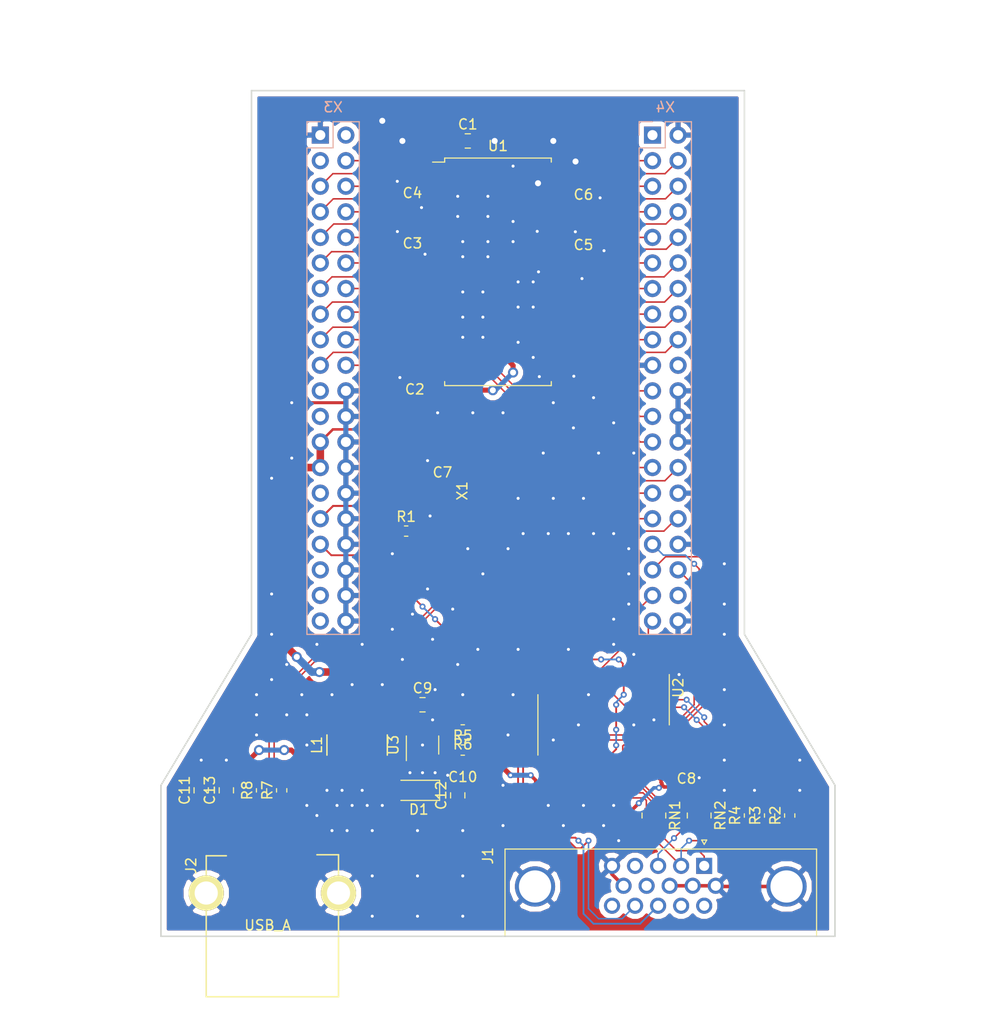
<source format=kicad_pcb>
(kicad_pcb (version 20171130) (host pcbnew 5.0.1)
  (layers (0 F.Cu signal) (31 B.Cu signal) (34 B.Paste user) (35 F.Paste user) (36 B.SilkS user) (37 F.SilkS user) (38 B.Mask user) (39 F.Mask user) (44 Edge.Cuts user))
  (net 0 "")
  (net 1 "Net-(J2-Pad2)")
  (net 2 /USB_DM)
  (net 3 /USB_DP)
  (net 4 "Net-(J2-Pad3)")
  (net 5 GND)
  (net 6 "Net-(C10-Pad2)")
  (net 7 +5V)
  (net 8 "Net-(R1-Pad2)")
  (net 9 /EXPCON_CLKIN)
  (net 10 "Net-(D1-Pad2)")
  (net 11 +3V3)
  (net 12 /RAM_DQ0)
  (net 13 /RAM_DQ1)
  (net 14 /RAM_DQ2)
  (net 15 /RAM_DQ3)
  (net 16 /RAM_DQ4)
  (net 17 /RAM_DQ5)
  (net 18 /RAM_DQ6)
  (net 19 /RAM_DQ7)
  (net 20 /RAM_DQM0)
  (net 21 /RAM_~WE)
  (net 22 /RAM_~CAS)
  (net 23 /RAM_~RAS)
  (net 24 /RAM_~CS)
  (net 25 /RAM_BA0)
  (net 26 /RAM_BA1)
  (net 27 /RAM_A10)
  (net 28 /RAM_A0)
  (net 29 /RAM_A1)
  (net 30 /RAM_A2)
  (net 31 /RAM_A3)
  (net 32 /RAM_A4)
  (net 33 /RAM_A5)
  (net 34 /RAM_A6)
  (net 35 /RAM_A7)
  (net 36 /RAM_A8)
  (net 37 /RAM_A9)
  (net 38 /RAM_A11)
  (net 39 /RAM_A12)
  (net 40 /RAM_CKE)
  (net 41 /RAM_CLK)
  (net 42 /RAM_DQM1)
  (net 43 "Net-(U1-Pad40)")
  (net 44 /RAM_DQ8)
  (net 45 /RAM_DQ9)
  (net 46 /RAM_DQ10)
  (net 47 /RAM_DQ11)
  (net 48 /RAM_DQ12)
  (net 49 /RAM_DQ13)
  (net 50 /RAM_DQ14)
  (net 51 /RAM_DQ15)
  (net 52 /VGA_B)
  (net 53 /VGA_G)
  (net 54 /VGA_R)
  (net 55 /VGA_HS)
  (net 56 /VGA_VS)
  (net 57 "Net-(X1-Pad1)")
  (net 58 "Net-(X3-Pad2)")
  (net 59 "Net-(X3-Pad3)")
  (net 60 "Net-(X3-Pad21)")
  (net 61 "Net-(X3-Pad23)")
  (net 62 /EXPCON_OSC)
  (net 63 "Net-(X3-Pad35)")
  (net 64 "Net-(X3-Pad37)")
  (net 65 "Net-(X3-Pad39)")
  (net 66 "Net-(X4-Pad38)")
  (net 67 "Net-(X4-Pad20)")
  (net 68 "Net-(X4-Pad1)")
  (net 69 "Net-(J1-Pad4)")
  (net 70 "Net-(J1-Pad9)")
  (net 71 "Net-(J1-Pad11)")
  (net 72 "Net-(J1-Pad12)")
  (net 73 "Net-(J1-Pad15)")
  (net 74 "Net-(RN1-Pad1)")
  (net 75 "Net-(RN1-Pad3)")
  (net 76 "Net-(RN1-Pad2)")
  (net 77 "Net-(RN1-Pad4)")
  (net 78 /VGA_VR)
  (net 79 /VGA_VG)
  (net 80 "Net-(RN2-Pad5)")
  (net 81 "Net-(RN2-Pad6)")
  (net 82 /VGA_VB)
  (net 83 "Net-(RN2-Pad4)")
  (net 84 "Net-(RN2-Pad2)")
  (net 85 "Net-(RN2-Pad3)")
  (net 86 "Net-(RN2-Pad1)")
  (net 87 /VGA_BRIGHT)
  (net 88 /HS_BUF)
  (net 89 /VS_BUF)
  (module Resistor_SMD:R_Array_Convex_4x0402 (layer F.Cu) (at 154.5 126 270)
    (fp_text reference RN2 (at 0 -2.1 270) (layer F.SilkS))
    (fp_text value R_Pack04)
    (pad 5 smd rect (at 0.5 0.75 270) (size 0.5 0.4) (layers F.Cu F.Paste F.Mask) (net 80 "Net-(RN2-Pad5)"))
    (pad 6 smd rect (at 0.5 0.25 270) (size 0.5 0.3) (layers F.Cu F.Paste F.Mask) (net 81 "Net-(RN2-Pad6)"))
    (pad 8 smd rect (at 0.5 -0.75 270) (size 0.5 0.4) (layers F.Cu F.Paste F.Mask) (net 82 /VGA_VB))
    (pad 7 smd rect (at 0.5 -0.25 270) (size 0.5 0.3) (layers F.Cu F.Paste F.Mask) (net 82 /VGA_VB))
    (pad 4 smd rect (at -0.5 0.75 270) (size 0.5 0.4) (layers F.Cu F.Paste F.Mask) (net 83 "Net-(RN2-Pad4)"))
    (pad 2 smd rect (at -0.5 -0.25 270) (size 0.5 0.3) (layers F.Cu F.Paste F.Mask) (net 84 "Net-(RN2-Pad2)"))
    (pad 3 smd rect (at -0.5 0.25 270) (size 0.5 0.3) (layers F.Cu F.Paste F.Mask) (net 85 "Net-(RN2-Pad3)"))
    (pad 1 smd rect (at -0.5 -0.75 270) (size 0.5 0.4) (layers F.Cu F.Paste F.Mask) (net 86 "Net-(RN2-Pad1)"))
  )
  (module Resistor_SMD:R_Array_Convex_4x0402 (layer F.Cu) (at 150 126 270)
    (fp_text reference RN1 (at 0 -2.1 270) (layer F.SilkS))
    (fp_text value R_Pack04)
    (pad 1 smd rect (at -0.5 -0.75 270) (size 0.5 0.4) (layers F.Cu F.Paste F.Mask) (net 74 "Net-(RN1-Pad1)"))
    (pad 3 smd rect (at -0.5 0.25 270) (size 0.5 0.3) (layers F.Cu F.Paste F.Mask) (net 75 "Net-(RN1-Pad3)"))
    (pad 2 smd rect (at -0.5 -0.25 270) (size 0.5 0.3) (layers F.Cu F.Paste F.Mask) (net 76 "Net-(RN1-Pad2)"))
    (pad 4 smd rect (at -0.5 0.75 270) (size 0.5 0.4) (layers F.Cu F.Paste F.Mask) (net 77 "Net-(RN1-Pad4)"))
    (pad 7 smd rect (at 0.5 -0.25 270) (size 0.5 0.3) (layers F.Cu F.Paste F.Mask) (net 78 /VGA_VR))
    (pad 8 smd rect (at 0.5 -0.75 270) (size 0.5 0.4) (layers F.Cu F.Paste F.Mask) (net 78 /VGA_VR))
    (pad 6 smd rect (at 0.5 0.25 270) (size 0.5 0.3) (layers F.Cu F.Paste F.Mask) (net 79 /VGA_VG))
    (pad 5 smd rect (at 0.5 0.75 270) (size 0.5 0.4) (layers F.Cu F.Paste F.Mask) (net 79 /VGA_VG))
  )
  (module Capacitor_SMD:C_0402_1005Metric (layer F.Cu) (at 126.235 82.5 180)
    (fp_text reference C2 (at 0 -1.17 180) (layer F.SilkS))
    (fp_text value 100n)
    (pad 2 smd roundrect (at 0.485 0 180) (size 0.59 0.64) (layers F.Cu F.Paste F.Mask) (net 5 GND))
    (pad 1 smd roundrect (at -0.485 0 180) (size 0.59 0.64) (layers F.Cu F.Paste F.Mask) (net 11 +3V3))
  )
  (module Capacitor_SMD:C_0402_1005Metric (layer F.Cu) (at 126 68 180)
    (fp_text reference C3 (at 0 -1.17 180) (layer F.SilkS))
    (fp_text value 100n)
    (pad 1 smd roundrect (at -0.485 0 180) (size 0.59 0.64) (layers F.Cu F.Paste F.Mask) (net 11 +3V3))
    (pad 2 smd roundrect (at 0.485 0 180) (size 0.59 0.64) (layers F.Cu F.Paste F.Mask) (net 5 GND))
  )
  (module Capacitor_SMD:C_0402_1005Metric (layer F.Cu) (at 126 63 180)
    (fp_text reference C4 (at 0 -1.17 180) (layer F.SilkS))
    (fp_text value 100n)
    (pad 2 smd roundrect (at 0.485 0 180) (size 0.59 0.64) (layers F.Cu F.Paste F.Mask) (net 5 GND))
    (pad 1 smd roundrect (at -0.485 0 180) (size 0.59 0.64) (layers F.Cu F.Paste F.Mask) (net 11 +3V3))
  )
  (module Capacitor_SMD:C_0402_1005Metric (layer F.Cu) (at 143 70.5)
    (fp_text reference C5 (at 0 -1.17) (layer F.SilkS))
    (fp_text value 100n)
    (pad 1 smd roundrect (at -0.485 0) (size 0.59 0.64) (layers F.Cu F.Paste F.Mask) (net 11 +3V3))
    (pad 2 smd roundrect (at 0.485 0) (size 0.59 0.64) (layers F.Cu F.Paste F.Mask) (net 5 GND))
  )
  (module Capacitor_SMD:C_0402_1005Metric (layer F.Cu) (at 143 65.5)
    (fp_text reference C6 (at 0 -1.17) (layer F.SilkS))
    (fp_text value 100n)
    (pad 2 smd roundrect (at 0.485 0) (size 0.59 0.64) (layers F.Cu F.Paste F.Mask) (net 5 GND))
    (pad 1 smd roundrect (at -0.485 0) (size 0.59 0.64) (layers F.Cu F.Paste F.Mask) (net 11 +3V3))
  )
  (module Capacitor_SMD:C_0402_1005Metric (layer F.Cu) (at 128.985 90.75 180)
    (fp_text reference C7 (at 0 -1.17 180) (layer F.SilkS))
    (fp_text value 100n)
    (pad 1 smd roundrect (at -0.485 0 180) (size 0.59 0.64) (layers F.Cu F.Paste F.Mask) (net 11 +3V3))
    (pad 2 smd roundrect (at 0.485 0 180) (size 0.59 0.64) (layers F.Cu F.Paste F.Mask) (net 5 GND))
  )
  (module Capacitor_SMD:C_0402_1005Metric (layer F.Cu) (at 153.235 123.5)
    (fp_text reference C8 (at 0 -1.17) (layer F.SilkS))
    (fp_text value 100n)
    (pad 2 smd roundrect (at 0.485 0) (size 0.59 0.64) (layers F.Cu F.Paste F.Mask) (net 5 GND))
    (pad 1 smd roundrect (at -0.485 0) (size 0.59 0.64) (layers F.Cu F.Paste F.Mask) (net 11 +3V3))
  )
  (module Capacitor_SMD:C_0402_1005Metric (layer F.Cu) (at 131 121 180)
    (fp_text reference C10 (at 0 -1.17 180) (layer F.SilkS))
    (fp_text value 620p)
    (pad 1 smd roundrect (at -0.485 0 180) (size 0.59 0.64) (layers F.Cu F.Paste F.Mask) (net 7 +5V))
    (pad 2 smd roundrect (at 0.485 0 180) (size 0.59 0.64) (layers F.Cu F.Paste F.Mask) (net 6 "Net-(C10-Pad2)"))
  )
  (module Capacitor_SMD:C_0805_2012Metric_Pad1.15x1.40mm_HandSolder (layer F.Cu) (at 131.5 59)
    (fp_text reference C1 (at 0 -1.65) (layer F.SilkS))
    (fp_text value 4.7µ)
    (pad 1 smd roundrect (at -1.025 0) (size 1.15 1.4) (layers F.Cu F.Paste F.Mask) (roundrect_rratio 0.217391) (net 11 +3V3))
    (pad 2 smd roundrect (at 1.025 0) (size 1.15 1.4) (layers F.Cu F.Paste F.Mask) (roundrect_rratio 0.217391) (net 5 GND))
  )
  (module Capacitor_SMD:C_0805_2012Metric_Pad1.15x1.40mm_HandSolder (layer F.Cu) (at 127 115)
    (fp_text reference C9 (at 0 -1.65) (layer F.SilkS))
    (fp_text value 4.7µ)
    (pad 2 smd roundrect (at 1.025 0) (size 1.15 1.4) (layers F.Cu F.Paste F.Mask) (roundrect_rratio 0.217391) (net 5 GND))
    (pad 1 smd roundrect (at -1.025 0) (size 1.15 1.4) (layers F.Cu F.Paste F.Mask) (roundrect_rratio 0.217391) (net 11 +3V3))
  )
  (module Capacitor_SMD:C_0805_2012Metric_Pad1.15x1.40mm_HandSolder (layer F.Cu) (at 105 123.5 90)
    (fp_text reference C11 (at 0 -1.65 90) (layer F.SilkS))
    (fp_text value 4.7µ)
    (pad 1 smd roundrect (at -1.025 0 90) (size 1.15 1.4) (layers F.Cu F.Paste F.Mask) (roundrect_rratio 0.217391) (net 7 +5V))
    (pad 2 smd roundrect (at 1.025 0 90) (size 1.15 1.4) (layers F.Cu F.Paste F.Mask) (roundrect_rratio 0.217391) (net 5 GND))
  )
  (module Capacitor_SMD:C_0805_2012Metric_Pad1.15x1.40mm_HandSolder (layer F.Cu) (at 130.5 124 90)
    (fp_text reference C12 (at 0 -1.65 90) (layer F.SilkS))
    (fp_text value 4.7µ)
    (pad 2 smd roundrect (at 1.025 0 90) (size 1.15 1.4) (layers F.Cu F.Paste F.Mask) (roundrect_rratio 0.217391) (net 5 GND))
    (pad 1 smd roundrect (at -1.025 0 90) (size 1.15 1.4) (layers F.Cu F.Paste F.Mask) (roundrect_rratio 0.217391) (net 7 +5V))
  )
  (module Capacitor_SMD:C_0805_2012Metric_Pad1.15x1.40mm_HandSolder (layer F.Cu) (at 107.5 123.5 90)
    (fp_text reference C13 (at 0 -1.65 90) (layer F.SilkS))
    (fp_text value 4.7µ)
    (pad 1 smd roundrect (at -1.025 0 90) (size 1.15 1.4) (layers F.Cu F.Paste F.Mask) (roundrect_rratio 0.217391) (net 7 +5V))
    (pad 2 smd roundrect (at 1.025 0 90) (size 1.15 1.4) (layers F.Cu F.Paste F.Mask) (roundrect_rratio 0.217391) (net 5 GND))
  )
  (module Connector_Dsub:DSUB-15-HD_Female_Horizontal_P2.29x1.98mm_EdgePinOffset3.03mm_Housed_MountingHolesOffset4.94mm (layer F.Cu) (at 155 131)
    (fp_text reference J1 (at -21.5 -1 90) (layer F.SilkS))
    (fp_text value DB15_Female_HighDensity_MountingHoles)
    (pad 1 thru_hole rect (at 0 0) (size 1.6 1.6) (drill 1) (layers *.Cu *.Mask) (net 78 /VGA_VR))
    (pad 2 thru_hole circle (at -2.29 0) (size 1.6 1.6) (drill 1) (layers *.Cu *.Mask) (net 79 /VGA_VG))
    (pad 3 thru_hole circle (at -4.58 0) (size 1.6 1.6) (drill 1) (layers *.Cu *.Mask) (net 82 /VGA_VB))
    (pad 4 thru_hole circle (at -6.87 0) (size 1.6 1.6) (drill 1) (layers *.Cu *.Mask) (net 69 "Net-(J1-Pad4)"))
    (pad 5 thru_hole circle (at -9.16 0) (size 1.6 1.6) (drill 1) (layers *.Cu *.Mask) (net 5 GND))
    (pad 6 thru_hole circle (at 1.145 1.98) (size 1.6 1.6) (drill 1) (layers *.Cu *.Mask) (net 5 GND))
    (pad 7 thru_hole circle (at -1.145 1.98) (size 1.6 1.6) (drill 1) (layers *.Cu *.Mask) (net 5 GND))
    (pad 8 thru_hole circle (at -3.435 1.98) (size 1.6 1.6) (drill 1) (layers *.Cu *.Mask) (net 5 GND))
    (pad 9 thru_hole circle (at -5.725 1.98) (size 1.6 1.6) (drill 1) (layers *.Cu *.Mask) (net 70 "Net-(J1-Pad9)"))
    (pad 10 thru_hole circle (at -8.015 1.98) (size 1.6 1.6) (drill 1) (layers *.Cu *.Mask) (net 5 GND))
    (pad 11 thru_hole circle (at 0 3.96) (size 1.6 1.6) (drill 1) (layers *.Cu *.Mask) (net 71 "Net-(J1-Pad11)"))
    (pad 12 thru_hole circle (at -2.29 3.96) (size 1.6 1.6) (drill 1) (layers *.Cu *.Mask) (net 72 "Net-(J1-Pad12)"))
    (pad 13 thru_hole circle (at -4.58 3.96) (size 1.6 1.6) (drill 1) (layers *.Cu *.Mask) (net 88 /HS_BUF))
    (pad 14 thru_hole circle (at -6.87 3.96) (size 1.6 1.6) (drill 1) (layers *.Cu *.Mask) (net 89 /VS_BUF))
    (pad 15 thru_hole circle (at -9.16 3.96) (size 1.6 1.6) (drill 1) (layers *.Cu *.Mask) (net 73 "Net-(J1-Pad15)"))
    (pad 0 thru_hole circle (at -16.815 2.05) (size 4 4) (drill 3.2) (layers *.Cu *.Mask) (net 5 GND))
    (pad 0 thru_hole circle (at 8.185 2.05) (size 4 4) (drill 3.2) (layers *.Cu *.Mask) (net 5 GND))
  )
  (module Connector_PinSocket_2.54mm:PinSocket_2x20_P2.54mm_Vertical (layer B.Cu) (at 149.86 58.42 180)
    (fp_text reference X4 (at -1.27 2.77 180) (layer B.SilkS) (effects (justify mirror)))
    (fp_text value HDR40)
    (pad 40 thru_hole oval (at -2.54 -48.26 180) (size 1.7 1.7) (drill 1) (layers *.Cu *.Mask) (net 5 GND))
    (pad 39 thru_hole oval (at 0 -48.26 180) (size 1.7 1.7) (drill 1) (layers *.Cu *.Mask) (net 54 /VGA_R))
    (pad 38 thru_hole oval (at -2.54 -45.72 180) (size 1.7 1.7) (drill 1) (layers *.Cu *.Mask) (net 66 "Net-(X4-Pad38)"))
    (pad 37 thru_hole oval (at 0 -45.72 180) (size 1.7 1.7) (drill 1) (layers *.Cu *.Mask) (net 53 /VGA_G))
    (pad 36 thru_hole oval (at -2.54 -43.18 180) (size 1.7 1.7) (drill 1) (layers *.Cu *.Mask) (net 56 /VGA_VS))
    (pad 35 thru_hole oval (at 0 -43.18 180) (size 1.7 1.7) (drill 1) (layers *.Cu *.Mask) (net 52 /VGA_B))
    (pad 34 thru_hole oval (at -2.54 -40.64 180) (size 1.7 1.7) (drill 1) (layers *.Cu *.Mask) (net 5 GND))
    (pad 33 thru_hole oval (at 0 -40.64 180) (size 1.7 1.7) (drill 1) (layers *.Cu *.Mask) (net 55 /VGA_HS))
    (pad 32 thru_hole oval (at -2.54 -38.1 180) (size 1.7 1.7) (drill 1) (layers *.Cu *.Mask) (net 3 /USB_DP))
    (pad 31 thru_hole oval (at 0 -38.1 180) (size 1.7 1.7) (drill 1) (layers *.Cu *.Mask) (net 2 /USB_DM))
    (pad 30 thru_hole oval (at -2.54 -35.56 180) (size 1.7 1.7) (drill 1) (layers *.Cu *.Mask) (net 5 GND))
    (pad 29 thru_hole oval (at 0 -35.56 180) (size 1.7 1.7) (drill 1) (layers *.Cu *.Mask) (net 31 /RAM_A3))
    (pad 28 thru_hole oval (at -2.54 -33.02 180) (size 1.7 1.7) (drill 1) (layers *.Cu *.Mask) (net 30 /RAM_A2))
    (pad 27 thru_hole oval (at 0 -33.02 180) (size 1.7 1.7) (drill 1) (layers *.Cu *.Mask) (net 29 /RAM_A1))
    (pad 26 thru_hole oval (at -2.54 -30.48 180) (size 1.7 1.7) (drill 1) (layers *.Cu *.Mask) (net 5 GND))
    (pad 25 thru_hole oval (at 0 -30.48 180) (size 1.7 1.7) (drill 1) (layers *.Cu *.Mask) (net 32 /RAM_A4))
    (pad 24 thru_hole oval (at -2.54 -27.94 180) (size 1.7 1.7) (drill 1) (layers *.Cu *.Mask) (net 5 GND))
    (pad 23 thru_hole oval (at 0 -27.94 180) (size 1.7 1.7) (drill 1) (layers *.Cu *.Mask) (net 33 /RAM_A5))
    (pad 22 thru_hole oval (at -2.54 -25.4 180) (size 1.7 1.7) (drill 1) (layers *.Cu *.Mask) (net 5 GND))
    (pad 21 thru_hole oval (at 0 -25.4 180) (size 1.7 1.7) (drill 1) (layers *.Cu *.Mask) (net 34 /RAM_A6))
    (pad 20 thru_hole oval (at -2.54 -22.86 180) (size 1.7 1.7) (drill 1) (layers *.Cu *.Mask) (net 67 "Net-(X4-Pad20)"))
    (pad 19 thru_hole oval (at 0 -22.86 180) (size 1.7 1.7) (drill 1) (layers *.Cu *.Mask) (net 5 GND))
    (pad 18 thru_hole oval (at -2.54 -20.32 180) (size 1.7 1.7) (drill 1) (layers *.Cu *.Mask) (net 35 /RAM_A7))
    (pad 17 thru_hole oval (at 0 -20.32 180) (size 1.7 1.7) (drill 1) (layers *.Cu *.Mask) (net 36 /RAM_A8))
    (pad 16 thru_hole oval (at -2.54 -17.78 180) (size 1.7 1.7) (drill 1) (layers *.Cu *.Mask) (net 37 /RAM_A9))
    (pad 15 thru_hole oval (at 0 -17.78 180) (size 1.7 1.7) (drill 1) (layers *.Cu *.Mask) (net 38 /RAM_A11))
    (pad 14 thru_hole oval (at -2.54 -15.24 180) (size 1.7 1.7) (drill 1) (layers *.Cu *.Mask) (net 39 /RAM_A12))
    (pad 13 thru_hole oval (at 0 -15.24 180) (size 1.7 1.7) (drill 1) (layers *.Cu *.Mask) (net 40 /RAM_CKE))
    (pad 12 thru_hole oval (at -2.54 -12.7 180) (size 1.7 1.7) (drill 1) (layers *.Cu *.Mask) (net 41 /RAM_CLK))
    (pad 11 thru_hole oval (at 0 -12.7 180) (size 1.7 1.7) (drill 1) (layers *.Cu *.Mask) (net 42 /RAM_DQM1))
    (pad 10 thru_hole oval (at -2.54 -10.16 180) (size 1.7 1.7) (drill 1) (layers *.Cu *.Mask) (net 44 /RAM_DQ8))
    (pad 9 thru_hole oval (at 0 -10.16 180) (size 1.7 1.7) (drill 1) (layers *.Cu *.Mask) (net 45 /RAM_DQ9))
    (pad 8 thru_hole oval (at -2.54 -7.62 180) (size 1.7 1.7) (drill 1) (layers *.Cu *.Mask) (net 46 /RAM_DQ10))
    (pad 7 thru_hole oval (at 0 -7.62 180) (size 1.7 1.7) (drill 1) (layers *.Cu *.Mask) (net 47 /RAM_DQ11))
    (pad 6 thru_hole oval (at -2.54 -5.08 180) (size 1.7 1.7) (drill 1) (layers *.Cu *.Mask) (net 48 /RAM_DQ12))
    (pad 5 thru_hole oval (at 0 -5.08 180) (size 1.7 1.7) (drill 1) (layers *.Cu *.Mask) (net 49 /RAM_DQ13))
    (pad 4 thru_hole oval (at -2.54 -2.54 180) (size 1.7 1.7) (drill 1) (layers *.Cu *.Mask) (net 50 /RAM_DQ14))
    (pad 3 thru_hole oval (at 0 -2.54 180) (size 1.7 1.7) (drill 1) (layers *.Cu *.Mask) (net 51 /RAM_DQ15))
    (pad 2 thru_hole oval (at -2.54 0 180) (size 1.7 1.7) (drill 1) (layers *.Cu *.Mask) (net 5 GND))
    (pad 1 thru_hole rect (at 0 0 180) (size 1.7 1.7) (drill 1) (layers *.Cu *.Mask) (net 68 "Net-(X4-Pad1)"))
  )
  (module Connector_PinSocket_2.54mm:PinSocket_2x20_P2.54mm_Vertical (layer B.Cu) (at 116.84 58.42 180)
    (fp_text reference X3 (at -1.27 2.77 180) (layer B.SilkS) (effects (justify mirror)))
    (fp_text value HDR40)
    (pad 1 thru_hole rect (at 0 0 180) (size 1.7 1.7) (drill 1) (layers *.Cu *.Mask) (net 5 GND))
    (pad 2 thru_hole oval (at -2.54 0 180) (size 1.7 1.7) (drill 1) (layers *.Cu *.Mask) (net 58 "Net-(X3-Pad2)"))
    (pad 3 thru_hole oval (at 0 -2.54 180) (size 1.7 1.7) (drill 1) (layers *.Cu *.Mask) (net 59 "Net-(X3-Pad3)"))
    (pad 4 thru_hole oval (at -2.54 -2.54 180) (size 1.7 1.7) (drill 1) (layers *.Cu *.Mask) (net 12 /RAM_DQ0))
    (pad 5 thru_hole oval (at 0 -5.08 180) (size 1.7 1.7) (drill 1) (layers *.Cu *.Mask) (net 13 /RAM_DQ1))
    (pad 6 thru_hole oval (at -2.54 -5.08 180) (size 1.7 1.7) (drill 1) (layers *.Cu *.Mask) (net 14 /RAM_DQ2))
    (pad 7 thru_hole oval (at 0 -7.62 180) (size 1.7 1.7) (drill 1) (layers *.Cu *.Mask) (net 15 /RAM_DQ3))
    (pad 8 thru_hole oval (at -2.54 -7.62 180) (size 1.7 1.7) (drill 1) (layers *.Cu *.Mask) (net 16 /RAM_DQ4))
    (pad 9 thru_hole oval (at 0 -10.16 180) (size 1.7 1.7) (drill 1) (layers *.Cu *.Mask) (net 17 /RAM_DQ5))
    (pad 10 thru_hole oval (at -2.54 -10.16 180) (size 1.7 1.7) (drill 1) (layers *.Cu *.Mask) (net 18 /RAM_DQ6))
    (pad 11 thru_hole oval (at 0 -12.7 180) (size 1.7 1.7) (drill 1) (layers *.Cu *.Mask) (net 19 /RAM_DQ7))
    (pad 12 thru_hole oval (at -2.54 -12.7 180) (size 1.7 1.7) (drill 1) (layers *.Cu *.Mask) (net 20 /RAM_DQM0))
    (pad 13 thru_hole oval (at 0 -15.24 180) (size 1.7 1.7) (drill 1) (layers *.Cu *.Mask) (net 21 /RAM_~WE))
    (pad 14 thru_hole oval (at -2.54 -15.24 180) (size 1.7 1.7) (drill 1) (layers *.Cu *.Mask) (net 22 /RAM_~CAS))
    (pad 15 thru_hole oval (at 0 -17.78 180) (size 1.7 1.7) (drill 1) (layers *.Cu *.Mask) (net 23 /RAM_~RAS))
    (pad 16 thru_hole oval (at -2.54 -17.78 180) (size 1.7 1.7) (drill 1) (layers *.Cu *.Mask) (net 24 /RAM_~CS))
    (pad 17 thru_hole oval (at 0 -20.32 180) (size 1.7 1.7) (drill 1) (layers *.Cu *.Mask) (net 25 /RAM_BA0))
    (pad 18 thru_hole oval (at -2.54 -20.32 180) (size 1.7 1.7) (drill 1) (layers *.Cu *.Mask) (net 26 /RAM_BA1))
    (pad 19 thru_hole oval (at 0 -22.86 180) (size 1.7 1.7) (drill 1) (layers *.Cu *.Mask) (net 27 /RAM_A10))
    (pad 20 thru_hole oval (at -2.54 -22.86 180) (size 1.7 1.7) (drill 1) (layers *.Cu *.Mask) (net 28 /RAM_A0))
    (pad 21 thru_hole oval (at 0 -25.4 180) (size 1.7 1.7) (drill 1) (layers *.Cu *.Mask) (net 60 "Net-(X3-Pad21)"))
    (pad 22 thru_hole oval (at -2.54 -25.4 180) (size 1.7 1.7) (drill 1) (layers *.Cu *.Mask) (net 5 GND))
    (pad 23 thru_hole oval (at 0 -27.94 180) (size 1.7 1.7) (drill 1) (layers *.Cu *.Mask) (net 61 "Net-(X3-Pad23)"))
    (pad 24 thru_hole oval (at -2.54 -27.94 180) (size 1.7 1.7) (drill 1) (layers *.Cu *.Mask) (net 5 GND))
    (pad 25 thru_hole oval (at 0 -30.48 180) (size 1.7 1.7) (drill 1) (layers *.Cu *.Mask) (net 11 +3V3))
    (pad 26 thru_hole oval (at -2.54 -30.48 180) (size 1.7 1.7) (drill 1) (layers *.Cu *.Mask) (net 5 GND))
    (pad 27 thru_hole oval (at 0 -33.02 180) (size 1.7 1.7) (drill 1) (layers *.Cu *.Mask) (net 11 +3V3))
    (pad 28 thru_hole oval (at -2.54 -33.02 180) (size 1.7 1.7) (drill 1) (layers *.Cu *.Mask) (net 5 GND))
    (pad 29 thru_hole oval (at 0 -35.56 180) (size 1.7 1.7) (drill 1) (layers *.Cu *.Mask) (net 62 /EXPCON_OSC))
    (pad 30 thru_hole oval (at -2.54 -35.56 180) (size 1.7 1.7) (drill 1) (layers *.Cu *.Mask) (net 5 GND))
    (pad 31 thru_hole oval (at 0 -38.1 180) (size 1.7 1.7) (drill 1) (layers *.Cu *.Mask) (net 9 /EXPCON_CLKIN))
    (pad 32 thru_hole oval (at -2.54 -38.1 180) (size 1.7 1.7) (drill 1) (layers *.Cu *.Mask) (net 5 GND))
    (pad 33 thru_hole oval (at 0 -40.64 180) (size 1.7 1.7) (drill 1) (layers *.Cu *.Mask) (net 87 /VGA_BRIGHT))
    (pad 34 thru_hole oval (at -2.54 -40.64 180) (size 1.7 1.7) (drill 1) (layers *.Cu *.Mask) (net 5 GND))
    (pad 35 thru_hole oval (at 0 -43.18 180) (size 1.7 1.7) (drill 1) (layers *.Cu *.Mask) (net 63 "Net-(X3-Pad35)"))
    (pad 36 thru_hole oval (at -2.54 -43.18 180) (size 1.7 1.7) (drill 1) (layers *.Cu *.Mask) (net 5 GND))
    (pad 37 thru_hole oval (at 0 -45.72 180) (size 1.7 1.7) (drill 1) (layers *.Cu *.Mask) (net 64 "Net-(X3-Pad37)"))
    (pad 38 thru_hole oval (at -2.54 -45.72 180) (size 1.7 1.7) (drill 1) (layers *.Cu *.Mask) (net 5 GND))
    (pad 39 thru_hole oval (at 0 -48.26 180) (size 1.7 1.7) (drill 1) (layers *.Cu *.Mask) (net 65 "Net-(X3-Pad39)"))
    (pad 40 thru_hole oval (at -2.54 -48.26 180) (size 1.7 1.7) (drill 1) (layers *.Cu *.Mask) (net 5 GND))
  )
  (module "Custom Parts:292303-7" (layer F.Cu) (at 112 137 90)
    (fp_text reference J2 (at 6 -8 270) (layer F.SilkS))
    (fp_text value USB_A (at 0.1 -0.4) (layer F.SilkS))
    (pad 1 smd rect (at 7 -3.5 90) (size 3 1.25) (layers F.Cu F.Paste F.Mask) (net 7 +5V))
    (pad 2 smd rect (at 7 -1 90) (size 3 1.25) (layers F.Cu F.Paste F.Mask) (net 1 "Net-(J2-Pad2)"))
    (pad 3 smd rect (at 7 1 90) (size 3 1.25) (layers F.Cu F.Paste F.Mask) (net 4 "Net-(J2-Pad3)"))
    (pad 4 smd rect (at 7 3.5 90) (size 3 1.25) (layers F.Cu F.Paste F.Mask) (net 5 GND))
    (pad 5 thru_hole circle (at 3.3 6.65 90) (size 3.5 3.5) (drill 2.3) (layers *.Cu *.Mask F.SilkS) (net 5 GND))
    (pad 5 thru_hole circle (at 3.3 -6.5 90) (size 3.5 3.5) (drill 2.3) (layers *.Cu *.Mask F.SilkS) (net 5 GND))
  )
  (module "Custom Parts:SRN6045" (layer F.Cu) (at 120.5 119 270)
    (fp_text reference L1 (at 0 4 270) (layer F.SilkS))
    (fp_text value 8.2µ/SRN6045)
    (pad 1 smd rect (at -2.15 0 270) (size 2 6) (layers F.Cu F.Paste F.Mask) (net 11 +3V3))
    (pad 2 smd rect (at 2.15 0 270) (size 2 6) (layers F.Cu F.Paste F.Mask) (net 10 "Net-(D1-Pad2)"))
  )
  (module Diode_SMD:D_SOD-123F (layer F.Cu) (at 126.5 123.5 180)
    (fp_text reference D1 (at -0.127 -1.905 180) (layer F.SilkS))
    (fp_text value MBR1020VL)
    (pad 1 smd rect (at -1.4 0 180) (size 1.1 1.1) (layers F.Cu F.Paste F.Mask) (net 7 +5V))
    (pad 2 smd rect (at 1.4 0 180) (size 1.1 1.1) (layers F.Cu F.Paste F.Mask) (net 10 "Net-(D1-Pad2)"))
  )
  (module Oscillator:Oscillator_SMD_EuroQuartz_XO32-4Pin_3.2x2.5mm (layer F.Cu) (at 128.5 93.75 270)
    (fp_text reference X1 (at 0 -2.45 270) (layer F.SilkS))
    (fp_text value XO32)
    (pad 1 smd rect (at -1.075 0.775 270) (size 1 0.9) (layers F.Cu F.Paste F.Mask) (net 57 "Net-(X1-Pad1)"))
    (pad 2 smd rect (at 1.075 0.775 270) (size 1 0.9) (layers F.Cu F.Paste F.Mask) (net 5 GND))
    (pad 3 smd rect (at 1.075 -0.775 270) (size 1 0.9) (layers F.Cu F.Paste F.Mask) (net 8 "Net-(R1-Pad2)"))
    (pad 4 smd rect (at -1.075 -0.775 270) (size 1 0.9) (layers F.Cu F.Paste F.Mask) (net 11 +3V3))
  )
  (module Package_SO:SO-20_12.8x7.5mm_P1.27mm (layer F.Cu) (at 145 117 270)
    (fp_text reference U2 (at -3.69 -7.42 270) (layer F.SilkS))
    (fp_text value 74HC244)
    (pad 6 smd rect (at -4.75 0.635 270) (size 1.5 0.6) (layers F.Cu F.Paste F.Mask) (net 53 /VGA_G))
    (pad 5 smd rect (at -4.75 -0.635 270) (size 1.5 0.6) (layers F.Cu F.Paste F.Mask) (net 84 "Net-(RN2-Pad2)"))
    (pad 4 smd rect (at -4.75 -1.905 270) (size 1.5 0.6) (layers F.Cu F.Paste F.Mask) (net 87 /VGA_BRIGHT))
    (pad 3 smd rect (at -4.75 -3.175 270) (size 1.5 0.6) (layers F.Cu F.Paste F.Mask) (net 86 "Net-(RN2-Pad1)"))
    (pad 2 smd rect (at -4.75 -4.445 270) (size 1.5 0.6) (layers F.Cu F.Paste F.Mask) (net 54 /VGA_R))
    (pad 1 smd rect (at -4.75 -5.715 270) (size 1.5 0.6) (layers F.Cu F.Paste F.Mask) (net 5 GND))
    (pad 7 smd rect (at -4.75 1.905 270) (size 1.5 0.6) (layers F.Cu F.Paste F.Mask) (net 88 /HS_BUF))
    (pad 8 smd rect (at -4.75 3.175 270) (size 1.5 0.6) (layers F.Cu F.Paste F.Mask) (net 87 /VGA_BRIGHT))
    (pad 9 smd rect (at -4.75 4.445 270) (size 1.5 0.6) (layers F.Cu F.Paste F.Mask) (net 89 /VS_BUF))
    (pad 10 smd rect (at -4.75 5.715 270) (size 1.5 0.6) (layers F.Cu F.Paste F.Mask) (net 5 GND))
    (pad 11 smd rect (at 4.75 5.715 270) (size 1.5 0.6) (layers F.Cu F.Paste F.Mask) (net 56 /VGA_VS))
    (pad 12 smd rect (at 4.75 4.445 270) (size 1.5 0.6) (layers F.Cu F.Paste F.Mask) (net 77 "Net-(RN1-Pad4)"))
    (pad 13 smd rect (at 4.75 3.175 270) (size 1.5 0.6) (layers F.Cu F.Paste F.Mask) (net 55 /VGA_HS))
    (pad 14 smd rect (at 4.75 1.905 270) (size 1.5 0.6) (layers F.Cu F.Paste F.Mask) (net 75 "Net-(RN1-Pad3)"))
    (pad 15 smd rect (at 4.75 0.635 270) (size 1.5 0.6) (layers F.Cu F.Paste F.Mask) (net 87 /VGA_BRIGHT))
    (pad 16 smd rect (at 4.75 -0.635 270) (size 1.5 0.6) (layers F.Cu F.Paste F.Mask) (net 76 "Net-(RN1-Pad2)"))
    (pad 17 smd rect (at 4.75 -1.905 270) (size 1.5 0.6) (layers F.Cu F.Paste F.Mask) (net 52 /VGA_B))
    (pad 18 smd rect (at 4.75 -3.175 270) (size 1.5 0.6) (layers F.Cu F.Paste F.Mask) (net 74 "Net-(RN1-Pad1)"))
    (pad 19 smd rect (at 4.75 -4.445 270) (size 1.5 0.6) (layers F.Cu F.Paste F.Mask) (net 5 GND))
    (pad 20 smd rect (at 4.75 -5.715 270) (size 1.5 0.6) (layers F.Cu F.Paste F.Mask) (net 11 +3V3))
  )
  (module Package_SO:TSOP-II-54_22.2x10.16mm_P0.8mm (layer F.Cu) (at 134.5 72)
    (fp_text reference U1 (at 0 -12.5) (layer F.SilkS))
    (fp_text value AS4C32M16SB)
    (pad 1 smd rect (at -5.75 -10.4) (size 1.51 0.458) (layers F.Cu F.Paste F.Mask) (net 11 +3V3))
    (pad 2 smd rect (at -5.75 -9.6) (size 1.51 0.458) (layers F.Cu F.Paste F.Mask) (net 12 /RAM_DQ0))
    (pad 3 smd rect (at -5.75 -8.8) (size 1.51 0.458) (layers F.Cu F.Paste F.Mask) (net 11 +3V3))
    (pad 4 smd rect (at -5.75 -8) (size 1.51 0.458) (layers F.Cu F.Paste F.Mask) (net 13 /RAM_DQ1))
    (pad 5 smd rect (at -5.75 -7.2) (size 1.51 0.458) (layers F.Cu F.Paste F.Mask) (net 14 /RAM_DQ2))
    (pad 6 smd rect (at -5.75 -6.4) (size 1.51 0.458) (layers F.Cu F.Paste F.Mask) (net 5 GND))
    (pad 7 smd rect (at -5.75 -5.6) (size 1.51 0.458) (layers F.Cu F.Paste F.Mask) (net 15 /RAM_DQ3))
    (pad 8 smd rect (at -5.75 -4.8) (size 1.51 0.458) (layers F.Cu F.Paste F.Mask) (net 16 /RAM_DQ4))
    (pad 9 smd rect (at -5.75 -4) (size 1.51 0.458) (layers F.Cu F.Paste F.Mask) (net 11 +3V3))
    (pad 10 smd rect (at -5.75 -3.2) (size 1.51 0.458) (layers F.Cu F.Paste F.Mask) (net 17 /RAM_DQ5))
    (pad 11 smd rect (at -5.75 -2.4) (size 1.51 0.458) (layers F.Cu F.Paste F.Mask) (net 18 /RAM_DQ6))
    (pad 12 smd rect (at -5.75 -1.6) (size 1.51 0.458) (layers F.Cu F.Paste F.Mask) (net 5 GND))
    (pad 13 smd rect (at -5.75 -0.8) (size 1.51 0.458) (layers F.Cu F.Paste F.Mask) (net 19 /RAM_DQ7))
    (pad 14 smd rect (at -5.75 0) (size 1.51 0.458) (layers F.Cu F.Paste F.Mask) (net 11 +3V3))
    (pad 15 smd rect (at -5.75 0.8) (size 1.51 0.458) (layers F.Cu F.Paste F.Mask) (net 20 /RAM_DQM0))
    (pad 16 smd rect (at -5.75 1.6) (size 1.51 0.458) (layers F.Cu F.Paste F.Mask) (net 21 /RAM_~WE))
    (pad 17 smd rect (at -5.75 2.4) (size 1.51 0.458) (layers F.Cu F.Paste F.Mask) (net 22 /RAM_~CAS))
    (pad 18 smd rect (at -5.75 3.2) (size 1.51 0.458) (layers F.Cu F.Paste F.Mask) (net 23 /RAM_~RAS))
    (pad 19 smd rect (at -5.75 4) (size 1.51 0.458) (layers F.Cu F.Paste F.Mask) (net 24 /RAM_~CS))
    (pad 20 smd rect (at -5.75 4.8) (size 1.51 0.458) (layers F.Cu F.Paste F.Mask) (net 25 /RAM_BA0))
    (pad 21 smd rect (at -5.75 5.6) (size 1.51 0.458) (layers F.Cu F.Paste F.Mask) (net 26 /RAM_BA1))
    (pad 22 smd rect (at -5.75 6.4) (size 1.51 0.458) (layers F.Cu F.Paste F.Mask) (net 27 /RAM_A10))
    (pad 23 smd rect (at -5.75 7.2) (size 1.51 0.458) (layers F.Cu F.Paste F.Mask) (net 28 /RAM_A0))
    (pad 24 smd rect (at -5.75 8) (size 1.51 0.458) (layers F.Cu F.Paste F.Mask) (net 29 /RAM_A1))
    (pad 25 smd rect (at -5.75 8.8) (size 1.51 0.458) (layers F.Cu F.Paste F.Mask) (net 30 /RAM_A2))
    (pad 26 smd rect (at -5.75 9.6) (size 1.51 0.458) (layers F.Cu F.Paste F.Mask) (net 31 /RAM_A3))
    (pad 27 smd rect (at -5.75 10.4) (size 1.51 0.458) (layers F.Cu F.Paste F.Mask) (net 11 +3V3))
    (pad 28 smd rect (at 5.75 10.4) (size 1.51 0.458) (layers F.Cu F.Paste F.Mask) (net 5 GND))
    (pad 29 smd rect (at 5.75 9.6) (size 1.51 0.458) (layers F.Cu F.Paste F.Mask) (net 32 /RAM_A4))
    (pad 30 smd rect (at 5.75 8.8) (size 1.51 0.458) (layers F.Cu F.Paste F.Mask) (net 33 /RAM_A5))
    (pad 31 smd rect (at 5.75 8) (size 1.51 0.458) (layers F.Cu F.Paste F.Mask) (net 34 /RAM_A6))
    (pad 32 smd rect (at 5.75 7.2) (size 1.51 0.458) (layers F.Cu F.Paste F.Mask) (net 35 /RAM_A7))
    (pad 33 smd rect (at 5.75 6.4) (size 1.51 0.458) (layers F.Cu F.Paste F.Mask) (net 36 /RAM_A8))
    (pad 34 smd rect (at 5.75 5.6) (size 1.51 0.458) (layers F.Cu F.Paste F.Mask) (net 37 /RAM_A9))
    (pad 35 smd rect (at 5.75 4.8) (size 1.51 0.458) (layers F.Cu F.Paste F.Mask) (net 38 /RAM_A11))
    (pad 36 smd rect (at 5.75 4) (size 1.51 0.458) (layers F.Cu F.Paste F.Mask) (net 39 /RAM_A12))
    (pad 37 smd rect (at 5.75 3.2) (size 1.51 0.458) (layers F.Cu F.Paste F.Mask) (net 40 /RAM_CKE))
    (pad 38 smd rect (at 5.75 2.4) (size 1.51 0.458) (layers F.Cu F.Paste F.Mask) (net 41 /RAM_CLK))
    (pad 39 smd rect (at 5.75 1.6) (size 1.51 0.458) (layers F.Cu F.Paste F.Mask) (net 42 /RAM_DQM1))
    (pad 40 smd rect (at 5.75 0.8) (size 1.51 0.458) (layers F.Cu F.Paste F.Mask) (net 43 "Net-(U1-Pad40)"))
    (pad 41 smd rect (at 5.75 0) (size 1.51 0.458) (layers F.Cu F.Paste F.Mask) (net 5 GND))
    (pad 42 smd rect (at 5.75 -0.8) (size 1.51 0.458) (layers F.Cu F.Paste F.Mask) (net 44 /RAM_DQ8))
    (pad 43 smd rect (at 5.75 -1.6) (size 1.51 0.458) (layers F.Cu F.Paste F.Mask) (net 11 +3V3))
    (pad 44 smd rect (at 5.75 -2.4) (size 1.51 0.458) (layers F.Cu F.Paste F.Mask) (net 45 /RAM_DQ9))
    (pad 45 smd rect (at 5.75 -3.2) (size 1.51 0.458) (layers F.Cu F.Paste F.Mask) (net 46 /RAM_DQ10))
    (pad 46 smd rect (at 5.75 -4) (size 1.51 0.458) (layers F.Cu F.Paste F.Mask) (net 5 GND))
    (pad 47 smd rect (at 5.75 -4.8) (size 1.51 0.458) (layers F.Cu F.Paste F.Mask) (net 47 /RAM_DQ11))
    (pad 48 smd rect (at 5.75 -5.6) (size 1.51 0.458) (layers F.Cu F.Paste F.Mask) (net 48 /RAM_DQ12))
    (pad 49 smd rect (at 5.75 -6.4) (size 1.51 0.458) (layers F.Cu F.Paste F.Mask) (net 11 +3V3))
    (pad 50 smd rect (at 5.75 -7.2) (size 1.51 0.458) (layers F.Cu F.Paste F.Mask) (net 49 /RAM_DQ13))
    (pad 51 smd rect (at 5.75 -8) (size 1.51 0.458) (layers F.Cu F.Paste F.Mask) (net 50 /RAM_DQ14))
    (pad 52 smd rect (at 5.75 -8.8) (size 1.51 0.458) (layers F.Cu F.Paste F.Mask) (net 5 GND))
    (pad 53 smd rect (at 5.75 -9.6) (size 1.51 0.458) (layers F.Cu F.Paste F.Mask) (net 51 /RAM_DQ15))
    (pad 54 smd rect (at 5.75 -10.4) (size 1.51 0.458) (layers F.Cu F.Paste F.Mask) (net 5 GND))
  )
  (module Package_TO_SOT_SMD:SOT-23-5 (layer F.Cu) (at 127 119 90)
    (fp_text reference U3 (at 0 -2.9 90) (layer F.SilkS))
    (fp_text value LM2731XMF)
    (pad 1 smd rect (at -1.1 -0.95 90) (size 1.06 0.65) (layers F.Cu F.Paste F.Mask) (net 10 "Net-(D1-Pad2)"))
    (pad 2 smd rect (at -1.1 0 90) (size 1.06 0.65) (layers F.Cu F.Paste F.Mask) (net 5 GND))
    (pad 3 smd rect (at -1.1 0.95 90) (size 1.06 0.65) (layers F.Cu F.Paste F.Mask) (net 6 "Net-(C10-Pad2)"))
    (pad 4 smd rect (at 1.1 0.95 90) (size 1.06 0.65) (layers F.Cu F.Paste F.Mask) (net 11 +3V3))
    (pad 5 smd rect (at 1.1 -0.95 90) (size 1.06 0.65) (layers F.Cu F.Paste F.Mask) (net 11 +3V3))
  )
  (module Resistor_SMD:R_0603_1608Metric_Pad1.05x0.95mm_HandSolder (layer F.Cu) (at 125.375 97.75)
    (fp_text reference R1 (at 0 -1.43) (layer F.SilkS))
    (fp_text value 22)
    (pad 2 smd roundrect (at 0.875 0) (size 1.05 0.95) (layers F.Cu F.Paste F.Mask) (net 8 "Net-(R1-Pad2)"))
    (pad 1 smd roundrect (at -0.875 0) (size 1.05 0.95) (layers F.Cu F.Paste F.Mask) (net 9 /EXPCON_CLKIN))
  )
  (module Resistor_SMD:R_0603_1608Metric_Pad1.05x0.95mm_HandSolder (layer F.Cu) (at 163.5 126 90)
    (fp_text reference R2 (at 0 -1.43 90) (layer F.SilkS))
    (fp_text value DNP)
    (pad 1 smd roundrect (at -0.875 0 90) (size 1.05 0.95) (layers F.Cu F.Paste F.Mask) (net 78 /VGA_VR))
    (pad 2 smd roundrect (at 0.875 0 90) (size 1.05 0.95) (layers F.Cu F.Paste F.Mask) (net 5 GND))
  )
  (module Resistor_SMD:R_0603_1608Metric_Pad1.05x0.95mm_HandSolder (layer F.Cu) (at 161.5 126 90)
    (fp_text reference R3 (at 0 -1.43 90) (layer F.SilkS))
    (fp_text value DNP)
    (pad 2 smd roundrect (at 0.875 0 90) (size 1.05 0.95) (layers F.Cu F.Paste F.Mask) (net 5 GND))
    (pad 1 smd roundrect (at -0.875 0 90) (size 1.05 0.95) (layers F.Cu F.Paste F.Mask) (net 79 /VGA_VG))
  )
  (module Resistor_SMD:R_0603_1608Metric_Pad1.05x0.95mm_HandSolder (layer F.Cu) (at 159.5 126 90)
    (fp_text reference R4 (at 0 -1.43 90) (layer F.SilkS))
    (fp_text value DNP)
    (pad 1 smd roundrect (at -0.875 0 90) (size 1.05 0.95) (layers F.Cu F.Paste F.Mask) (net 82 /VGA_VB))
    (pad 2 smd roundrect (at 0.875 0 90) (size 1.05 0.95) (layers F.Cu F.Paste F.Mask) (net 5 GND))
  )
  (module Resistor_SMD:R_0603_1608Metric_Pad1.05x0.95mm_HandSolder (layer F.Cu) (at 131 119.5)
    (fp_text reference R5 (at 0 -1.43) (layer F.SilkS))
    (fp_text value 44.2k)
    (pad 2 smd roundrect (at 0.875 0) (size 1.05 0.95) (layers F.Cu F.Paste F.Mask) (net 7 +5V))
    (pad 1 smd roundrect (at -0.875 0) (size 1.05 0.95) (layers F.Cu F.Paste F.Mask) (net 6 "Net-(C10-Pad2)"))
  )
  (module Resistor_SMD:R_0603_1608Metric_Pad1.05x0.95mm_HandSolder (layer F.Cu) (at 131 117.5 180)
    (fp_text reference R6 (at 0 -1.43 180) (layer F.SilkS))
    (fp_text value 13.7k)
    (pad 1 smd roundrect (at -0.875 0 180) (size 1.05 0.95) (layers F.Cu F.Paste F.Mask) (net 5 GND))
    (pad 2 smd roundrect (at 0.875 0 180) (size 1.05 0.95) (layers F.Cu F.Paste F.Mask) (net 6 "Net-(C10-Pad2)"))
  )
  (module Resistor_SMD:R_0603_1608Metric_Pad1.05x0.95mm_HandSolder (layer F.Cu) (at 113 123.5 90)
    (fp_text reference R7 (at 0 -1.43 90) (layer F.SilkS))
    (fp_text value 0R)
    (pad 2 smd roundrect (at 0.875 0 90) (size 1.05 0.95) (layers F.Cu F.Paste F.Mask) (net 3 /USB_DP))
    (pad 1 smd roundrect (at -0.875 0 90) (size 1.05 0.95) (layers F.Cu F.Paste F.Mask) (net 4 "Net-(J2-Pad3)"))
  )
  (module Resistor_SMD:R_0603_1608Metric_Pad1.05x0.95mm_HandSolder (layer F.Cu) (at 111 123.5 90)
    (fp_text reference R8 (at 0 -1.43 90) (layer F.SilkS))
    (fp_text value 0R)
    (pad 1 smd roundrect (at -0.875 0 90) (size 1.05 0.95) (layers F.Cu F.Paste F.Mask) (net 1 "Net-(J2-Pad2)"))
    (pad 2 smd roundrect (at 0.875 0 90) (size 1.05 0.95) (layers F.Cu F.Paste F.Mask) (net 2 /USB_DM))
  )
  (gr_line (start 168 138) (end 135 138) (angle 90) (layer Edge.Cuts) (width 0.15))
  (gr_line (start 168 123) (end 168 138) (angle 90) (layer Edge.Cuts) (width 0.15))
  (gr_line (start 159 108) (end 168 123) (angle 90) (layer Edge.Cuts) (width 0.15))
  (gr_line (start 159 54) (end 159 108) (angle 90) (layer Edge.Cuts) (width 0.15))
  (gr_line (start 154 54) (end 159 54) (angle 90) (layer Edge.Cuts) (width 0.15))
  (gr_line (start 110 54) (end 154 54) (angle 90) (layer Edge.Cuts) (width 0.15))
  (gr_line (start 110 108) (end 110 54) (angle 90) (layer Edge.Cuts) (width 0.15))
  (gr_line (start 110 108) (end 101 123) (angle 90) (layer Edge.Cuts) (width 0.15))
  (gr_line (start 101 138) (end 101 123) (angle 90) (layer Edge.Cuts) (width 0.15))
  (gr_line (start 135 138) (end 101 138) (angle 90) (layer Edge.Cuts) (width 0.15))
  (via (at 136.5 75.5) (size 0.6) (drill 0.3) (layers F.Cu B.Cu) (net 5))
  (segment (start 111 130) (end 111 124.375) (width 0.15) (layer F.Cu) (net 1))
  (segment (start 111 122.625) (end 111 122.5) (width 0.15) (layer F.Cu) (net 2))
  (segment (start 147.27 96.52) (end 149.86 96.52) (width 0.15) (layer F.Cu) (net 2))
  (segment (start 147.25 96.5) (end 147.27 96.52) (width 0.15) (layer F.Cu) (net 2))
  (segment (start 136.75 96.5) (end 147.25 96.5) (width 0.15) (layer F.Cu) (net 2))
  (segment (start 123.25 110) (end 136.75 96.5) (width 0.15) (layer F.Cu) (net 2))
  (segment (start 116.5 110) (end 123.25 110) (width 0.15) (layer F.Cu) (net 2))
  (segment (start 111.75 114.75) (end 116.5 110) (width 0.15) (layer F.Cu) (net 2))
  (segment (start 111.75 121.75) (end 111.75 114.75) (width 0.15) (layer F.Cu) (net 2))
  (segment (start 111 122.5) (end 111.75 121.75) (width 0.15) (layer F.Cu) (net 2))
  (segment (start 152.4 96.52) (end 152.23 96.52) (width 0.15) (layer F.Cu) (net 3))
  (segment (start 112.25 121.875) (end 113 122.625) (width 0.15) (layer F.Cu) (net 3))
  (segment (start 112.25 114.75) (end 112.25 121.875) (width 0.15) (layer F.Cu) (net 3))
  (segment (start 116.5 110.5) (end 112.25 114.75) (width 0.15) (layer F.Cu) (net 3))
  (segment (start 123.25 110.5) (end 116.5 110.5) (width 0.15) (layer F.Cu) (net 3))
  (segment (start 136.75 97) (end 123.25 110.5) (width 0.15) (layer F.Cu) (net 3))
  (segment (start 146.25 97) (end 136.75 97) (width 0.15) (layer F.Cu) (net 3))
  (segment (start 147 97.75) (end 146.25 97) (width 0.15) (layer F.Cu) (net 3))
  (segment (start 151 97.75) (end 147 97.75) (width 0.15) (layer F.Cu) (net 3))
  (segment (start 152.23 96.52) (end 151 97.75) (width 0.15) (layer F.Cu) (net 3))
  (segment (start 113 130) (end 113 124.375) (width 0.15) (layer F.Cu) (net 4))
  (via (at 127.5 90.75) (size 0.6) (drill 0.3) (layers F.Cu B.Cu) (net 5))
  (segment (start 128.5 90.75) (end 127.5 90.75) (width 0.25) (layer F.Cu) (net 5))
  (via (at 127.75 96.25) (size 0.6) (drill 0.3) (layers F.Cu B.Cu) (net 5))
  (segment (start 127.725 94.825) (end 127.725 96.225) (width 0.25) (layer F.Cu) (net 5))
  (segment (start 127.725 96.225) (end 127.75 96.25) (width 0.25) (layer F.Cu) (net 5))
  (via (at 124.75 82.5) (size 0.6) (drill 0.3) (layers F.Cu B.Cu) (net 5))
  (segment (start 125.75 82.5) (end 124.75 82.5) (width 0.25) (layer F.Cu) (net 5))
  (segment (start 128.75 70.4) (end 127.4 70.4) (width 0.25) (layer F.Cu) (net 5))
  (via (at 127.25 70.25) (size 0.6) (drill 0.3) (layers F.Cu B.Cu) (net 5))
  (segment (start 127.4 70.4) (end 127.25 70.25) (width 0.25) (layer F.Cu) (net 5))
  (via (at 124.5 68) (size 0.6) (drill 0.3) (layers F.Cu B.Cu) (net 5))
  (segment (start 125.515 68) (end 124.5 68) (width 0.25) (layer F.Cu) (net 5))
  (segment (start 128.75 65.6) (end 126.92 65.6) (width 0.25) (layer F.Cu) (net 5))
  (via (at 126.9 65.62) (size 0.6) (drill 0.3) (layers F.Cu B.Cu) (net 5))
  (segment (start 126.92 65.6) (end 126.9 65.62) (width 0.25) (layer F.Cu) (net 5))
  (via (at 134.17 59) (size 1) (drill 0.6) (layers F.Cu B.Cu) (net 5))
  (segment (start 132.525 59) (end 134.17 59) (width 0.25) (layer F.Cu) (net 5))
  (segment (start 140.25 61.6) (end 141.65 61.6) (width 0.25) (layer F.Cu) (net 5))
  (via (at 142.21 61.04) (size 1) (drill 0.6) (layers F.Cu B.Cu) (net 5))
  (segment (start 141.65 61.6) (end 142.21 61.04) (width 0.25) (layer F.Cu) (net 5))
  (via (at 138.48 63.2) (size 1) (drill 0.6) (layers F.Cu B.Cu) (net 5))
  (segment (start 140.25 63.2) (end 138.48 63.2) (width 0.25) (layer F.Cu) (net 5))
  (via (at 144.65 64.65) (size 0.6) (drill 0.3) (layers F.Cu B.Cu) (net 5))
  (segment (start 143.485 65.5) (end 143.8 65.5) (width 0.2) (layer F.Cu) (net 5))
  (segment (start 143.8 65.5) (end 144.65 64.65) (width 0.2) (layer F.Cu) (net 5))
  (via (at 142.19 68.02) (size 0.6) (drill 0.3) (layers F.Cu B.Cu) (net 5))
  (segment (start 140.25 68) (end 142.17 68) (width 0.2) (layer F.Cu) (net 5))
  (segment (start 142.17 68) (end 142.19 68.02) (width 0.2) (layer F.Cu) (net 5))
  (via (at 138.4 67.98) (size 0.6) (drill 0.3) (layers F.Cu B.Cu) (net 5))
  (segment (start 140.25 68) (end 138.42 68) (width 0.2) (layer F.Cu) (net 5))
  (segment (start 138.42 68) (end 138.4 67.98) (width 0.2) (layer F.Cu) (net 5))
  (via (at 138.53 72) (size 0.6) (drill 0.3) (layers F.Cu B.Cu) (net 5))
  (segment (start 140.25 72) (end 138.53 72) (width 0.2) (layer F.Cu) (net 5))
  (via (at 142.85 72.67) (size 0.6) (drill 0.3) (layers F.Cu B.Cu) (net 5))
  (segment (start 140.25 72) (end 142.18 72) (width 0.2) (layer F.Cu) (net 5))
  (segment (start 142.18 72) (end 142.85 72.67) (width 0.2) (layer F.Cu) (net 5))
  (via (at 145.04 69.9) (size 0.6) (drill 0.3) (layers F.Cu B.Cu) (net 5))
  (segment (start 143.485 70.5) (end 144.44 70.5) (width 0.2) (layer F.Cu) (net 5))
  (segment (start 144.44 70.5) (end 145.04 69.9) (width 0.2) (layer F.Cu) (net 5))
  (via (at 138.61 82.41) (size 0.6) (drill 0.3) (layers F.Cu B.Cu) (net 5))
  (segment (start 140.25 82.4) (end 138.62 82.4) (width 0.2) (layer F.Cu) (net 5))
  (segment (start 138.62 82.4) (end 138.61 82.41) (width 0.2) (layer F.Cu) (net 5))
  (via (at 142.04 82.37) (size 0.6) (drill 0.3) (layers F.Cu B.Cu) (net 5))
  (segment (start 140.25 82.4) (end 142.01 82.4) (width 0.2) (layer F.Cu) (net 5))
  (segment (start 142.01 82.4) (end 142.04 82.37) (width 0.2) (layer F.Cu) (net 5))
  (via (at 124.49 63.01) (size 0.6) (drill 0.3) (layers F.Cu B.Cu) (net 5))
  (segment (start 125.515 63) (end 124.5 63) (width 0.2) (layer F.Cu) (net 5))
  (segment (start 124.5 63) (end 124.49 63.01) (width 0.2) (layer F.Cu) (net 5))
  (via (at 136.5 73) (size 0.6) (drill 0.3) (layers F.Cu B.Cu) (net 5))
  (via (at 138 73) (size 0.6) (drill 0.3) (layers F.Cu B.Cu) (net 5))
  (via (at 138 75.5) (size 0.6) (drill 0.3) (layers F.Cu B.Cu) (net 5))
  (via (at 136.5 79) (size 0.6) (drill 0.3) (layers F.Cu B.Cu) (net 5))
  (via (at 138 80.5) (size 0.6) (drill 0.3) (layers F.Cu B.Cu) (net 5))
  (via (at 133 78.5) (size 0.6) (drill 0.3) (layers F.Cu B.Cu) (net 5))
  (via (at 131 78.5) (size 0.6) (drill 0.3) (layers F.Cu B.Cu) (net 5))
  (via (at 131 76.5) (size 0.6) (drill 0.3) (layers F.Cu B.Cu) (net 5))
  (via (at 133 76.5) (size 0.6) (drill 0.3) (layers F.Cu B.Cu) (net 5))
  (via (at 133 74) (size 0.6) (drill 0.3) (layers F.Cu B.Cu) (net 5))
  (via (at 131 74) (size 0.6) (drill 0.3) (layers F.Cu B.Cu) (net 5))
  (via (at 131 70.5) (size 0.6) (drill 0.3) (layers F.Cu B.Cu) (net 5))
  (via (at 131 69) (size 0.6) (drill 0.3) (layers F.Cu B.Cu) (net 5))
  (via (at 133.5 69) (size 0.6) (drill 0.3) (layers F.Cu B.Cu) (net 5))
  (via (at 133.5 70.5) (size 0.6) (drill 0.3) (layers F.Cu B.Cu) (net 5))
  (via (at 136 69) (size 0.6) (drill 0.3) (layers F.Cu B.Cu) (net 5))
  (via (at 136 67) (size 0.6) (drill 0.3) (layers F.Cu B.Cu) (net 5))
  (via (at 136 61.5) (size 0.6) (drill 0.3) (layers F.Cu B.Cu) (net 5))
  (via (at 130.5 64.5) (size 0.6) (drill 0.3) (layers F.Cu B.Cu) (net 5))
  (via (at 133.5 64.5) (size 0.6) (drill 0.3) (layers F.Cu B.Cu) (net 5))
  (via (at 133.5 66.5) (size 0.6) (drill 0.3) (layers F.Cu B.Cu) (net 5))
  (via (at 130.5 66.5) (size 0.6) (drill 0.3) (layers F.Cu B.Cu) (net 5))
  (via (at 128.5 86) (size 0.6) (drill 0.3) (layers F.Cu B.Cu) (net 5))
  (via (at 132 86) (size 0.6) (drill 0.3) (layers F.Cu B.Cu) (net 5))
  (via (at 135 86) (size 0.6) (drill 0.3) (layers F.Cu B.Cu) (net 5))
  (via (at 139 90) (size 0.6) (drill 0.3) (layers F.Cu B.Cu) (net 5))
  (via (at 143 94.5) (size 0.6) (drill 0.3) (layers F.Cu B.Cu) (net 5))
  (via (at 136.5 94.5) (size 0.6) (drill 0.3) (layers F.Cu B.Cu) (net 5))
  (via (at 127.5 103.5) (size 0.6) (drill 0.3) (layers F.Cu B.Cu) (net 5))
  (via (at 124 100) (size 0.6) (drill 0.3) (layers F.Cu B.Cu) (net 5))
  (via (at 131.5 99.5) (size 0.6) (drill 0.3) (layers F.Cu B.Cu) (net 5))
  (via (at 137 98) (size 0.6) (drill 0.3) (layers F.Cu B.Cu) (net 5))
  (via (at 146 98) (size 0.6) (drill 0.3) (layers F.Cu B.Cu) (net 5))
  (via (at 141.5 98) (size 0.6) (drill 0.3) (layers F.Cu B.Cu) (net 5))
  (via (at 140 94.5) (size 0.6) (drill 0.3) (layers F.Cu B.Cu) (net 5))
  (via (at 144 98) (size 0.6) (drill 0.3) (layers F.Cu B.Cu) (net 5))
  (via (at 139.5 98) (size 0.6) (drill 0.3) (layers F.Cu B.Cu) (net 5))
  (via (at 135.5 99.5) (size 0.6) (drill 0.3) (layers F.Cu B.Cu) (net 5))
  (via (at 133 102) (size 0.6) (drill 0.3) (layers F.Cu B.Cu) (net 5))
  (via (at 130 105.5) (size 0.6) (drill 0.3) (layers F.Cu B.Cu) (net 5))
  (via (at 132.5 109.5) (size 0.6) (drill 0.3) (layers F.Cu B.Cu) (net 5))
  (via (at 136.5 109.5) (size 0.6) (drill 0.3) (layers F.Cu B.Cu) (net 5))
  (via (at 141.5 109.5) (size 0.6) (drill 0.3) (layers F.Cu B.Cu) (net 5))
  (via (at 146 109) (size 0.6) (drill 0.3) (layers F.Cu B.Cu) (net 5))
  (via (at 146 106.5) (size 0.6) (drill 0.3) (layers F.Cu B.Cu) (net 5))
  (via (at 147.5 105) (size 0.6) (drill 0.3) (layers F.Cu B.Cu) (net 5))
  (via (at 147.5 102) (size 0.6) (drill 0.3) (layers F.Cu B.Cu) (net 5))
  (via (at 147.5 99.5) (size 0.6) (drill 0.3) (layers F.Cu B.Cu) (net 5))
  (via (at 128 108.5) (size 0.6) (drill 0.3) (layers F.Cu B.Cu) (net 5))
  (via (at 130.5 111) (size 0.6) (drill 0.3) (layers F.Cu B.Cu) (net 5))
  (via (at 131 114) (size 0.6) (drill 0.3) (layers F.Cu B.Cu) (net 5))
  (via (at 136 114) (size 0.6) (drill 0.3) (layers F.Cu B.Cu) (net 5))
  (via (at 135.5 118) (size 0.6) (drill 0.3) (layers F.Cu B.Cu) (net 5))
  (via (at 135 123) (size 0.6) (drill 0.3) (layers F.Cu B.Cu) (net 5))
  (via (at 135 127) (size 0.6) (drill 0.3) (layers F.Cu B.Cu) (net 5))
  (via (at 115.5 119) (size 0.6) (drill 0.3) (layers F.Cu B.Cu) (net 5))
  (via (at 115.5 116) (size 0.6) (drill 0.3) (layers F.Cu B.Cu) (net 5))
  (via (at 113.5 116) (size 0.6) (drill 0.3) (layers F.Cu B.Cu) (net 5))
  (via (at 115 114) (size 0.6) (drill 0.3) (layers F.Cu B.Cu) (net 5))
  (via (at 110.5 118) (size 0.6) (drill 0.3) (layers F.Cu B.Cu) (net 5))
  (via (at 110.5 116) (size 0.6) (drill 0.3) (layers F.Cu B.Cu) (net 5))
  (via (at 110.5 114) (size 0.6) (drill 0.3) (layers F.Cu B.Cu) (net 5))
  (via (at 112 112.5) (size 0.6) (drill 0.3) (layers F.Cu B.Cu) (net 5))
  (via (at 113.5 111) (size 0.6) (drill 0.3) (layers F.Cu B.Cu) (net 5))
  (via (at 116.5 109) (size 0.6) (drill 0.3) (layers F.Cu B.Cu) (net 5))
  (via (at 121 109) (size 0.6) (drill 0.3) (layers F.Cu B.Cu) (net 5))
  (via (at 124 107.5) (size 0.6) (drill 0.3) (layers F.Cu B.Cu) (net 5))
  (via (at 126 106) (size 0.6) (drill 0.3) (layers F.Cu B.Cu) (net 5))
  (via (at 125 110.5) (size 0.6) (drill 0.3) (layers F.Cu B.Cu) (net 5))
  (via (at 118 114) (size 0.6) (drill 0.3) (layers F.Cu B.Cu) (net 5))
  (via (at 120 113) (size 0.6) (drill 0.3) (layers F.Cu B.Cu) (net 5))
  (via (at 123 113) (size 0.6) (drill 0.3) (layers F.Cu B.Cu) (net 5))
  (via (at 117.5 123.5) (size 0.6) (drill 0.3) (layers F.Cu B.Cu) (net 5))
  (via (at 121 123.5) (size 0.6) (drill 0.3) (layers F.Cu B.Cu) (net 5))
  (via (at 118.5 125) (size 0.6) (drill 0.3) (layers F.Cu B.Cu) (net 5))
  (via (at 120 125) (size 0.6) (drill 0.3) (layers F.Cu B.Cu) (net 5))
  (via (at 123 125) (size 0.6) (drill 0.3) (layers F.Cu B.Cu) (net 5))
  (via (at 121.5 125) (size 0.6) (drill 0.3) (layers F.Cu B.Cu) (net 5))
  (via (at 119 123.5) (size 0.6) (drill 0.3) (layers F.Cu B.Cu) (net 5))
  (via (at 115.5 125) (size 0.6) (drill 0.3) (layers F.Cu B.Cu) (net 5))
  (via (at 116.5 126) (size 0.6) (drill 0.3) (layers F.Cu B.Cu) (net 5))
  (via (at 118 127.5) (size 0.6) (drill 0.3) (layers F.Cu B.Cu) (net 5))
  (via (at 119.5 127.5) (size 0.6) (drill 0.3) (layers F.Cu B.Cu) (net 5))
  (via (at 122 127.5) (size 0.6) (drill 0.3) (layers F.Cu B.Cu) (net 5))
  (via (at 126.5 127.5) (size 0.6) (drill 0.3) (layers F.Cu B.Cu) (net 5))
  (via (at 131 127.5) (size 0.6) (drill 0.3) (layers F.Cu B.Cu) (net 5))
  (via (at 122 132) (size 0.6) (drill 0.3) (layers F.Cu B.Cu) (net 5))
  (via (at 122 136) (size 0.6) (drill 0.3) (layers F.Cu B.Cu) (net 5))
  (via (at 126.5 132) (size 0.6) (drill 0.3) (layers F.Cu B.Cu) (net 5))
  (via (at 131 132) (size 0.6) (drill 0.3) (layers F.Cu B.Cu) (net 5))
  (via (at 126.5 136) (size 0.6) (drill 0.3) (layers F.Cu B.Cu) (net 5))
  (via (at 131 136) (size 0.6) (drill 0.3) (layers F.Cu B.Cu) (net 5))
  (via (at 139.5 125) (size 0.6) (drill 0.3) (layers F.Cu B.Cu) (net 5))
  (via (at 146 125) (size 0.6) (drill 0.3) (layers F.Cu B.Cu) (net 5))
  (via (at 143 125) (size 0.6) (drill 0.3) (layers F.Cu B.Cu) (net 5))
  (via (at 141 127) (size 0.6) (drill 0.3) (layers F.Cu B.Cu) (net 5))
  (via (at 145 127) (size 0.6) (drill 0.3) (layers F.Cu B.Cu) (net 5))
  (via (at 157 123.5) (size 0.6) (drill 0.3) (layers F.Cu B.Cu) (net 5))
  (via (at 160 123.5) (size 0.6) (drill 0.3) (layers F.Cu B.Cu) (net 5))
  (via (at 164.5 123.5) (size 0.6) (drill 0.3) (layers F.Cu B.Cu) (net 5))
  (via (at 164.5 120.5) (size 0.6) (drill 0.3) (layers F.Cu B.Cu) (net 5))
  (via (at 157 120.5) (size 0.6) (drill 0.3) (layers F.Cu B.Cu) (net 5))
  (via (at 157 117) (size 0.6) (drill 0.3) (layers F.Cu B.Cu) (net 5))
  (via (at 157 113.5) (size 0.6) (drill 0.3) (layers F.Cu B.Cu) (net 5))
  (via (at 157 108) (size 0.6) (drill 0.3) (layers F.Cu B.Cu) (net 5))
  (via (at 157 101) (size 0.6) (drill 0.3) (layers F.Cu B.Cu) (net 5))
  (via (at 157 105) (size 0.6) (drill 0.3) (layers F.Cu B.Cu) (net 5))
  (via (at 146.5 128.5) (size 0.6) (drill 0.3) (layers F.Cu B.Cu) (net 5))
  (via (at 140 118.5) (size 0.6) (drill 0.3) (layers F.Cu B.Cu) (net 5))
  (via (at 142.5 117) (size 0.6) (drill 0.3) (layers F.Cu B.Cu) (net 5))
  (via (at 143.5 114) (size 0.6) (drill 0.3) (layers F.Cu B.Cu) (net 5))
  (via (at 148 117) (size 0.6) (drill 0.3) (layers F.Cu B.Cu) (net 5))
  (via (at 150 116.5) (size 0.6) (drill 0.3) (layers F.Cu B.Cu) (net 5))
  (via (at 152.5 112) (size 0.6) (drill 0.3) (layers F.Cu B.Cu) (net 5))
  (via (at 148 110) (size 0.6) (drill 0.3) (layers F.Cu B.Cu) (net 5))
  (via (at 140 85) (size 0.6) (drill 0.3) (layers F.Cu B.Cu) (net 5))
  (via (at 142 87.5) (size 0.6) (drill 0.3) (layers F.Cu B.Cu) (net 5))
  (via (at 144.5 90) (size 0.6) (drill 0.3) (layers F.Cu B.Cu) (net 5))
  (via (at 148 90) (size 0.6) (drill 0.3) (layers F.Cu B.Cu) (net 5))
  (via (at 146 87) (size 0.6) (drill 0.3) (layers F.Cu B.Cu) (net 5))
  (via (at 144 84.5) (size 0.6) (drill 0.3) (layers F.Cu B.Cu) (net 5))
  (segment (start 119.38 85) (end 116 85) (width 0.3) (layer F.Cu) (net 5))
  (segment (start 119.38 85) (end 119.38 86.36) (width 0.3) (layer F.Cu) (net 5))
  (segment (start 119.38 83.82) (end 119.38 85) (width 0.3) (layer F.Cu) (net 5))
  (via (at 114 85) (size 0.6) (drill 0.3) (layers F.Cu B.Cu) (net 5))
  (segment (start 116 85) (end 114 85) (width 0.3) (layer F.Cu) (net 5))
  (via (at 114 90.5) (size 0.6) (drill 0.3) (layers F.Cu B.Cu) (net 5))
  (segment (start 114 85) (end 114 90.5) (width 0.3) (layer B.Cu) (net 5))
  (via (at 112 92.5) (size 0.6) (drill 0.3) (layers F.Cu B.Cu) (net 5))
  (segment (start 114 90.5) (end 112 92.5) (width 0.3) (layer F.Cu) (net 5))
  (via (at 112 104) (size 0.6) (drill 0.3) (layers F.Cu B.Cu) (net 5))
  (segment (start 112 92.5) (end 112 104) (width 0.3) (layer B.Cu) (net 5))
  (via (at 112 108) (size 0.6) (drill 0.3) (layers F.Cu B.Cu) (net 5))
  (segment (start 112 104) (end 112 108) (width 0.3) (layer F.Cu) (net 5))
  (via (at 105 120.5) (size 0.6) (drill 0.3) (layers F.Cu B.Cu) (net 5))
  (segment (start 105 122.475) (end 105 120.5) (width 0.3) (layer F.Cu) (net 5))
  (via (at 107.5 120.5) (size 0.6) (drill 0.3) (layers F.Cu B.Cu) (net 5))
  (segment (start 107.5 122.475) (end 107.5 120.5) (width 0.3) (layer F.Cu) (net 5))
  (segment (start 130.5 122.3) (end 130.2 122) (width 0.3) (layer F.Cu) (net 5))
  (segment (start 130.5 122.975) (end 130.5 122.3) (width 0.3) (layer F.Cu) (net 5))
  (via (at 128.25 121.75) (size 0.6) (drill 0.3) (layers F.Cu B.Cu) (net 5))
  (segment (start 128.75 122) (end 128.5 122) (width 0.3) (layer F.Cu) (net 5))
  (segment (start 128.5 122) (end 128.25 121.75) (width 0.3) (layer F.Cu) (net 5))
  (segment (start 128.25 121.75) (end 127 121.75) (width 0.3) (layer B.Cu) (net 5))
  (via (at 127 121.75) (size 0.6) (drill 0.3) (layers F.Cu B.Cu) (net 5))
  (via (at 125.75 121.75) (size 0.6) (drill 0.3) (layers F.Cu B.Cu) (net 5))
  (segment (start 127 121.75) (end 125.75 121.75) (width 0.3) (layer B.Cu) (net 5))
  (segment (start 127 121.75) (end 127 120.1) (width 0.3) (layer F.Cu) (net 5))
  (via (at 127 119) (size 0.6) (drill 0.3) (layers F.Cu B.Cu) (net 5))
  (segment (start 127 120.1) (end 127 119) (width 0.3) (layer F.Cu) (net 5))
  (via (at 128.25 113.5) (size 0.6) (drill 0.3) (layers F.Cu B.Cu) (net 5))
  (segment (start 128.025 115) (end 128.025 113.725) (width 0.3) (layer F.Cu) (net 5))
  (segment (start 128.025 113.725) (end 128.25 113.5) (width 0.3) (layer F.Cu) (net 5))
  (via (at 128 116.5) (size 0.6) (drill 0.3) (layers F.Cu B.Cu) (net 5))
  (segment (start 128.025 115) (end 128.025 116.475) (width 0.3) (layer F.Cu) (net 5))
  (segment (start 128.025 116.475) (end 128 116.5) (width 0.3) (layer F.Cu) (net 5))
  (segment (start 129.5 122) (end 128.75 122) (width 0.3) (layer F.Cu) (net 5))
  (via (at 129.5 122) (size 0.6) (drill 0.3) (layers F.Cu B.Cu) (net 5))
  (segment (start 130.2 122) (end 129.5 122) (width 0.3) (layer F.Cu) (net 5))
  (via (at 154.5 122.25) (size 0.6) (drill 0.3) (layers F.Cu B.Cu) (net 5))
  (segment (start 153.72 123.5) (end 153.72 123.03) (width 0.35) (layer F.Cu) (net 5))
  (segment (start 153.72 123.03) (end 154.5 122.25) (width 0.35) (layer F.Cu) (net 5))
  (segment (start 145.84 131.835) (end 146.985 132.98) (width 0.35) (layer F.Cu) (net 5))
  (segment (start 145.84 131) (end 145.84 131.835) (width 0.35) (layer F.Cu) (net 5))
  (segment (start 151.565 132.98) (end 153.855 132.98) (width 0.35) (layer F.Cu) (net 5))
  (segment (start 153.855 132.98) (end 156.145 132.98) (width 0.35) (layer F.Cu) (net 5))
  (segment (start 156.215 133.05) (end 156.145 132.98) (width 0.35) (layer F.Cu) (net 5))
  (segment (start 163.185 133.05) (end 156.215 133.05) (width 0.35) (layer F.Cu) (net 5))
  (via (at 125 59) (size 1) (drill 0.6) (layers F.Cu B.Cu) (net 5))
  (via (at 123 57) (size 1) (drill 0.6) (layers F.Cu B.Cu) (net 5))
  (via (at 140 59) (size 1) (drill 0.6) (layers F.Cu B.Cu) (net 5))
  (segment (start 130.515 119.89) (end 130.125 119.5) (width 0.3) (layer F.Cu) (net 6))
  (segment (start 130.515 121) (end 130.515 119.89) (width 0.3) (layer F.Cu) (net 6))
  (segment (start 129.525 120.1) (end 130.125 119.5) (width 0.3) (layer F.Cu) (net 6))
  (segment (start 127.95 120.1) (end 129.525 120.1) (width 0.3) (layer F.Cu) (net 6))
  (segment (start 130.125 119.5) (end 130.125 117.5) (width 0.3) (layer F.Cu) (net 6))
  (segment (start 108.5 130) (end 108.5 127) (width 0.5) (layer F.Cu) (net 7))
  (segment (start 107.5 126) (end 107.5 124.525) (width 0.5) (layer F.Cu) (net 7))
  (segment (start 108.5 127) (end 107.5 126) (width 0.5) (layer F.Cu) (net 7))
  (segment (start 107.5 126) (end 105 126) (width 0.5) (layer F.Cu) (net 7))
  (segment (start 105 126) (end 105 124.525) (width 0.5) (layer F.Cu) (net 7))
  (segment (start 108.5 127) (end 108.5 126.75) (width 0.5) (layer F.Cu) (net 7))
  (segment (start 108.5 126.75) (end 109.25 126) (width 0.5) (layer F.Cu) (net 7))
  (segment (start 109.25 126) (end 109.25 121) (width 0.5) (layer F.Cu) (net 7))
  (segment (start 109.25 121) (end 110.75 119.5) (width 0.5) (layer F.Cu) (net 7))
  (via (at 110.75 119.5) (size 1) (drill 0.6) (layers F.Cu B.Cu) (net 7))
  (via (at 113.25 119.5) (size 1) (drill 0.6) (layers F.Cu B.Cu) (net 7))
  (segment (start 110.75 119.5) (end 113.25 119.5) (width 0.5) (layer B.Cu) (net 7))
  (segment (start 113.957106 119.5) (end 115.75 121.292894) (width 0.5) (layer F.Cu) (net 7))
  (segment (start 113.25 119.5) (end 113.957106 119.5) (width 0.5) (layer F.Cu) (net 7))
  (segment (start 115.75 121.292894) (end 115.75 123.5) (width 0.5) (layer F.Cu) (net 7))
  (segment (start 115.75 123.5) (end 118.5 126.25) (width 0.5) (layer F.Cu) (net 7))
  (segment (start 129.275 126.25) (end 130.5 125.025) (width 0.5) (layer F.Cu) (net 7))
  (segment (start 118.5 126.25) (end 129.275 126.25) (width 0.5) (layer F.Cu) (net 7))
  (segment (start 127.9 124.55) (end 127.9 123.5) (width 0.5) (layer F.Cu) (net 7))
  (segment (start 128.375 125.025) (end 127.9 124.55) (width 0.5) (layer F.Cu) (net 7))
  (segment (start 130.5 125.025) (end 128.375 125.025) (width 0.5) (layer F.Cu) (net 7))
  (segment (start 132.25 124.5) (end 132.25 121.765) (width 0.3) (layer F.Cu) (net 7))
  (segment (start 130.5 125.025) (end 131.725 125.025) (width 0.3) (layer F.Cu) (net 7))
  (segment (start 132.25 121.765) (end 131.485 121) (width 0.3) (layer F.Cu) (net 7))
  (segment (start 131.725 125.025) (end 132.25 124.5) (width 0.3) (layer F.Cu) (net 7))
  (segment (start 131.485 119.89) (end 131.875 119.5) (width 0.35) (layer F.Cu) (net 7))
  (segment (start 131.485 121) (end 131.485 119.89) (width 0.35) (layer F.Cu) (net 7))
  (segment (start 126.25 97.75) (end 128 97.75) (width 0.2) (layer F.Cu) (net 8))
  (segment (start 129.275 96.475) (end 129.275 94.825) (width 0.2) (layer F.Cu) (net 8))
  (segment (start 128 97.75) (end 129.275 96.475) (width 0.2) (layer F.Cu) (net 8))
  (segment (start 116.84 96.52) (end 118.11 95.25) (width 0.2) (layer F.Cu) (net 9))
  (segment (start 124.5 97.75) (end 123 97.75) (width 0.2) (layer F.Cu) (net 9))
  (segment (start 118.11 95.25) (end 121 95.25) (width 0.2) (layer F.Cu) (net 9))
  (segment (start 121 95.25) (end 121.75 96) (width 0.2) (layer F.Cu) (net 9))
  (segment (start 121.75 96) (end 121.75 97) (width 0.2) (layer F.Cu) (net 9))
  (segment (start 122.5 97.75) (end 123 97.75) (width 0.2) (layer F.Cu) (net 9))
  (segment (start 121.75 97) (end 122.5 97.75) (width 0.2) (layer F.Cu) (net 9))
  (segment (start 122.85 123.5) (end 120.5 121.15) (width 0.75) (layer F.Cu) (net 10))
  (segment (start 125.1 123.5) (end 122.85 123.5) (width 0.75) (layer F.Cu) (net 10))
  (segment (start 125 121.15) (end 126.05 120.1) (width 0.75) (layer F.Cu) (net 10))
  (segment (start 120.5 121.15) (end 125 121.15) (width 0.75) (layer F.Cu) (net 10))
  (segment (start 126.05 115.075) (end 125.975 115) (width 0.75) (layer F.Cu) (net 11))
  (segment (start 126.05 117.9) (end 126.05 115.075) (width 0.75) (layer F.Cu) (net 11))
  (segment (start 120.5 116.85) (end 120.5 115.1) (width 0.75) (layer F.Cu) (net 11))
  (segment (start 120.6 115) (end 120.5 115.1) (width 0.75) (layer F.Cu) (net 11))
  (segment (start 125.975 115) (end 120.6 115) (width 0.75) (layer F.Cu) (net 11))
  (segment (start 125.975 114.2) (end 126 114.175) (width 0.75) (layer F.Cu) (net 11))
  (segment (start 125.975 115) (end 125.975 114.2) (width 0.75) (layer F.Cu) (net 11))
  (segment (start 126 114.175) (end 126 112.5) (width 0.75) (layer F.Cu) (net 11))
  (segment (start 126 112.5) (end 125.25 111.75) (width 0.75) (layer F.Cu) (net 11))
  (via (at 116.75 111.75) (size 1) (drill 0.6) (layers F.Cu B.Cu) (net 11))
  (segment (start 125.25 111.75) (end 116.75 111.75) (width 0.75) (layer F.Cu) (net 11))
  (via (at 114.5 110.25) (size 1) (drill 0.6) (layers F.Cu B.Cu) (net 11))
  (segment (start 116.75 111.75) (end 116 111.75) (width 0.75) (layer B.Cu) (net 11))
  (segment (start 116 111.75) (end 114.5 110.25) (width 0.75) (layer B.Cu) (net 11))
  (segment (start 115.06 91.44) (end 116.84 91.44) (width 0.75) (layer F.Cu) (net 11))
  (segment (start 113.5 93) (end 115.06 91.44) (width 0.75) (layer F.Cu) (net 11))
  (segment (start 114.5 110.25) (end 113.5 109.25) (width 0.75) (layer F.Cu) (net 11))
  (segment (start 113.5 109.25) (end 113.5 93) (width 0.75) (layer F.Cu) (net 11))
  (segment (start 116.84 88.9) (end 116.84 91.44) (width 0.75) (layer F.Cu) (net 11))
  (segment (start 116.84 88.9) (end 118.09 87.65) (width 0.25) (layer F.Cu) (net 11))
  (segment (start 118.09 87.65) (end 120.95 87.65) (width 0.25) (layer F.Cu) (net 11))
  (segment (start 125.5 87.65) (end 125.85 87.65) (width 0.5) (layer F.Cu) (net 11))
  (segment (start 125.5 87.65) (end 126.1 87.65) (width 0.5) (layer F.Cu) (net 11))
  (segment (start 120.95 87.65) (end 125.5 87.65) (width 0.5) (layer F.Cu) (net 11))
  (segment (start 126.1 87.65) (end 126.72 87.03) (width 0.5) (layer F.Cu) (net 11))
  (segment (start 126.82 82.4) (end 126.72 82.5) (width 0.3) (layer F.Cu) (net 11))
  (segment (start 128.75 82.4) (end 126.82 82.4) (width 0.3) (layer F.Cu) (net 11))
  (segment (start 126.72 85.5) (end 126.72 84.78) (width 0.5) (layer F.Cu) (net 11))
  (segment (start 126.72 85.5) (end 126.72 82.5) (width 0.5) (layer F.Cu) (net 11))
  (segment (start 126.72 87.03) (end 126.72 85.5) (width 0.5) (layer F.Cu) (net 11))
  (segment (start 126.72 84.78) (end 127.75 83.75) (width 0.5) (layer F.Cu) (net 11))
  (via (at 133.987347 83.762653) (size 1) (drill 0.6) (layers F.Cu B.Cu) (net 11))
  (segment (start 127.75 83.75) (end 133.974694 83.75) (width 0.5) (layer F.Cu) (net 11))
  (segment (start 133.974694 83.75) (end 133.987347 83.762653) (width 0.5) (layer F.Cu) (net 11))
  (via (at 136 82) (size 1) (drill 0.6) (layers F.Cu B.Cu) (net 11))
  (segment (start 133.987347 83.762653) (end 134.237347 83.762653) (width 0.5) (layer B.Cu) (net 11))
  (segment (start 134.237347 83.762653) (end 136 82) (width 0.5) (layer B.Cu) (net 11))
  (segment (start 136 81.292894) (end 134.75 80.042894) (width 0.5) (layer F.Cu) (net 11))
  (segment (start 136 82) (end 136 81.292894) (width 0.5) (layer F.Cu) (net 11))
  (segment (start 134.75 80.042894) (end 134.75 73.25) (width 0.5) (layer F.Cu) (net 11))
  (segment (start 133.5 72) (end 128.75 72) (width 0.5) (layer F.Cu) (net 11))
  (segment (start 134.75 73.25) (end 133.5 72) (width 0.5) (layer F.Cu) (net 11))
  (segment (start 140.25 70.4) (end 135.6 70.4) (width 0.5) (layer F.Cu) (net 11))
  (segment (start 134.75 71.25) (end 134.75 73.25) (width 0.5) (layer F.Cu) (net 11))
  (segment (start 135.6 70.4) (end 134.75 71.25) (width 0.5) (layer F.Cu) (net 11))
  (segment (start 134.75 71.25) (end 134.75 68.75) (width 0.5) (layer F.Cu) (net 11))
  (segment (start 134 68) (end 128.75 68) (width 0.5) (layer F.Cu) (net 11))
  (segment (start 134.75 68.75) (end 134 68) (width 0.5) (layer F.Cu) (net 11))
  (segment (start 134.75 68.75) (end 134.75 66.5) (width 0.5) (layer F.Cu) (net 11))
  (segment (start 138.995 65.6) (end 140.25 65.6) (width 0.5) (layer F.Cu) (net 11))
  (segment (start 135.65 65.6) (end 138.995 65.6) (width 0.5) (layer F.Cu) (net 11))
  (segment (start 134.75 66.5) (end 135.65 65.6) (width 0.5) (layer F.Cu) (net 11))
  (segment (start 133.95 63.2) (end 128.75 63.2) (width 0.5) (layer F.Cu) (net 11))
  (segment (start 134.75 66.5) (end 134.75 64) (width 0.5) (layer F.Cu) (net 11))
  (segment (start 134.75 64) (end 133.95 63.2) (width 0.5) (layer F.Cu) (net 11))
  (segment (start 134.75 62) (end 134.75 64) (width 0.5) (layer F.Cu) (net 11))
  (segment (start 134.35 61.6) (end 134.75 62) (width 0.5) (layer F.Cu) (net 11))
  (segment (start 126.485 68) (end 128.75 68) (width 0.25) (layer F.Cu) (net 11))
  (segment (start 126.485 63) (end 127.25 63) (width 0.25) (layer F.Cu) (net 11))
  (segment (start 127.45 63.2) (end 128.75 63.2) (width 0.25) (layer F.Cu) (net 11))
  (segment (start 127.25 63) (end 127.45 63.2) (width 0.25) (layer F.Cu) (net 11))
  (segment (start 130.475 61.075) (end 131 61.6) (width 0.4) (layer F.Cu) (net 11))
  (segment (start 130.475 59) (end 130.475 61.075) (width 0.4) (layer F.Cu) (net 11))
  (segment (start 128.75 61.6) (end 131 61.6) (width 0.5) (layer F.Cu) (net 11))
  (segment (start 131 61.6) (end 134.35 61.6) (width 0.5) (layer F.Cu) (net 11))
  (segment (start 142.415 65.6) (end 142.515 65.5) (width 0.25) (layer F.Cu) (net 11))
  (segment (start 140.25 65.6) (end 142.415 65.6) (width 0.25) (layer F.Cu) (net 11))
  (segment (start 142.415 70.4) (end 142.515 70.5) (width 0.25) (layer F.Cu) (net 11))
  (segment (start 140.25 70.4) (end 142.415 70.4) (width 0.25) (layer F.Cu) (net 11))
  (segment (start 129.275 92.675) (end 129.275 91.725) (width 0.3) (layer F.Cu) (net 11))
  (segment (start 129.47 91.53) (end 129.47 90.75) (width 0.3) (layer F.Cu) (net 11))
  (segment (start 129.275 91.725) (end 129.47 91.53) (width 0.3) (layer F.Cu) (net 11))
  (segment (start 129.47 90.75) (end 129.47 89.47) (width 0.3) (layer F.Cu) (net 11))
  (segment (start 127.65 87.65) (end 126.1 87.65) (width 0.3) (layer F.Cu) (net 11))
  (segment (start 129.47 89.47) (end 127.65 87.65) (width 0.3) (layer F.Cu) (net 11))
  (segment (start 125.25 111.75) (end 131.5 111.75) (width 0.5) (layer F.Cu) (net 11))
  (segment (start 131.5 111.75) (end 134.75 115) (width 0.5) (layer F.Cu) (net 11))
  (segment (start 134.75 115) (end 134.75 121) (width 0.5) (layer F.Cu) (net 11))
  (segment (start 134.75 121) (end 135.75 122) (width 0.5) (layer F.Cu) (net 11))
  (via (at 135.75 122) (size 0.6) (drill 0.3) (layers F.Cu B.Cu) (net 11))
  (via (at 137.75 122) (size 0.6) (drill 0.3) (layers F.Cu B.Cu) (net 11))
  (segment (start 135.75 122) (end 137.75 122) (width 0.5) (layer B.Cu) (net 11))
  (segment (start 137.75 122) (end 138.25 122.5) (width 0.35) (layer F.Cu) (net 11))
  (segment (start 138.25 122.5) (end 138.25 123.25) (width 0.35) (layer F.Cu) (net 11))
  (segment (start 138.25 123.25) (end 139.25 124.25) (width 0.35) (layer F.Cu) (net 11))
  (segment (start 139.25 124.25) (end 141 124.25) (width 0.35) (layer F.Cu) (net 11))
  (segment (start 141 124.25) (end 142.75 126) (width 0.35) (layer F.Cu) (net 11))
  (via (at 148.5 124.775) (size 0.6) (drill 0.3) (layers F.Cu B.Cu) (net 11))
  (segment (start 142.75 126) (end 147.275 126) (width 0.35) (layer F.Cu) (net 11))
  (segment (start 147.275 126) (end 148.5 124.775) (width 0.35) (layer F.Cu) (net 11))
  (segment (start 148.799999 124.475001) (end 148.799999 124.450001) (width 0.35) (layer B.Cu) (net 11))
  (segment (start 148.5 124.775) (end 148.799999 124.475001) (width 0.35) (layer B.Cu) (net 11))
  (via (at 150.5 123.25) (size 0.6) (drill 0.3) (layers F.Cu B.Cu) (net 11))
  (segment (start 148.799999 124.450001) (end 150 123.25) (width 0.35) (layer B.Cu) (net 11))
  (segment (start 150 123.25) (end 150.5 123.25) (width 0.35) (layer B.Cu) (net 11))
  (segment (start 150.799999 122.950001) (end 150.799999 122.799999) (width 0.35) (layer F.Cu) (net 11))
  (segment (start 150.5 123.25) (end 150.799999 122.950001) (width 0.35) (layer F.Cu) (net 11))
  (segment (start 150.715 122.715) (end 150.799999 122.799999) (width 0.35) (layer F.Cu) (net 11))
  (segment (start 150.715 121.75) (end 150.715 122.715) (width 0.35) (layer F.Cu) (net 11))
  (segment (start 151.01583 123.165832) (end 150.799999 122.950001) (width 0.35) (layer F.Cu) (net 11))
  (segment (start 152.415832 123.165832) (end 151.01583 123.165832) (width 0.35) (layer F.Cu) (net 11))
  (segment (start 152.75 123.5) (end 152.415832 123.165832) (width 0.35) (layer F.Cu) (net 11))
  (segment (start 127.95 117.9) (end 126.05 117.9) (width 0.35) (layer F.Cu) (net 11))
  (segment (start 119.38 60.96) (end 125.71 60.96) (width 0.15) (layer F.Cu) (net 12))
  (segment (start 127.15 62.4) (end 128.75 62.4) (width 0.15) (layer F.Cu) (net 12))
  (segment (start 125.71 60.96) (end 127.15 62.4) (width 0.15) (layer F.Cu) (net 12))
  (segment (start 128.75 64) (end 124.5 64) (width 0.15) (layer F.Cu) (net 13))
  (segment (start 118.09 62.25) (end 116.84 63.5) (width 0.15) (layer F.Cu) (net 13))
  (segment (start 122.75 62.25) (end 118.09 62.25) (width 0.15) (layer F.Cu) (net 13))
  (segment (start 124.5 64) (end 122.75 62.25) (width 0.15) (layer F.Cu) (net 13))
  (segment (start 119.38 63.5) (end 123.25 63.5) (width 0.15) (layer F.Cu) (net 14))
  (segment (start 124.55 64.8) (end 128.75 64.8) (width 0.15) (layer F.Cu) (net 14))
  (segment (start 123.25 63.5) (end 124.55 64.8) (width 0.15) (layer F.Cu) (net 14))
  (segment (start 128.75 66.4) (end 124.9 66.4) (width 0.15) (layer F.Cu) (net 15))
  (segment (start 118.13 64.75) (end 116.84 66.04) (width 0.15) (layer F.Cu) (net 15))
  (segment (start 123.25 64.75) (end 118.13 64.75) (width 0.15) (layer F.Cu) (net 15))
  (segment (start 124.9 66.4) (end 123.25 64.75) (width 0.15) (layer F.Cu) (net 15))
  (segment (start 119.38 66.04) (end 123.29 66.04) (width 0.15) (layer F.Cu) (net 16))
  (segment (start 127.45 67.2) (end 128.75 67.2) (width 0.15) (layer F.Cu) (net 16))
  (segment (start 127.25 67) (end 127.45 67.2) (width 0.15) (layer F.Cu) (net 16))
  (segment (start 124.25 67) (end 127.25 67) (width 0.15) (layer F.Cu) (net 16))
  (segment (start 123.29 66.04) (end 124.25 67) (width 0.15) (layer F.Cu) (net 16))
  (segment (start 128.75 68.8) (end 124.55 68.8) (width 0.15) (layer F.Cu) (net 17))
  (segment (start 118.17 67.25) (end 116.84 68.58) (width 0.15) (layer F.Cu) (net 17))
  (segment (start 123 67.25) (end 118.17 67.25) (width 0.15) (layer F.Cu) (net 17))
  (segment (start 124.55 68.8) (end 123 67.25) (width 0.15) (layer F.Cu) (net 17))
  (segment (start 119.38 68.58) (end 123.08 68.58) (width 0.15) (layer F.Cu) (net 18))
  (segment (start 127.6 69.6) (end 128.75 69.6) (width 0.15) (layer F.Cu) (net 18))
  (segment (start 127.5 69.5) (end 127.6 69.6) (width 0.15) (layer F.Cu) (net 18))
  (segment (start 124 69.5) (end 127.5 69.5) (width 0.15) (layer F.Cu) (net 18))
  (segment (start 123.08 68.58) (end 124 69.5) (width 0.15) (layer F.Cu) (net 18))
  (segment (start 128.75 71.2) (end 127.2 71.2) (width 0.15) (layer F.Cu) (net 19))
  (segment (start 117.96 70) (end 116.84 71.12) (width 0.15) (layer F.Cu) (net 19))
  (segment (start 126 70) (end 117.96 70) (width 0.15) (layer F.Cu) (net 19))
  (segment (start 127.2 71.2) (end 126 70) (width 0.15) (layer F.Cu) (net 19))
  (segment (start 128.75 72.8) (end 127.3 72.8) (width 0.15) (layer F.Cu) (net 20))
  (segment (start 125.62 71.12) (end 119.38 71.12) (width 0.15) (layer F.Cu) (net 20))
  (segment (start 127.3 72.8) (end 125.62 71.12) (width 0.15) (layer F.Cu) (net 20))
  (segment (start 128.75 73.6) (end 127.1 73.6) (width 0.15) (layer F.Cu) (net 21))
  (segment (start 118 72.5) (end 116.84 73.66) (width 0.15) (layer F.Cu) (net 21))
  (segment (start 126 72.5) (end 118 72.5) (width 0.15) (layer F.Cu) (net 21))
  (segment (start 127.1 73.6) (end 126 72.5) (width 0.15) (layer F.Cu) (net 21))
  (segment (start 128.75 74.4) (end 126.9 74.4) (width 0.15) (layer F.Cu) (net 22))
  (segment (start 126.16 73.66) (end 119.38 73.66) (width 0.15) (layer F.Cu) (net 22))
  (segment (start 126.9 74.4) (end 126.16 73.66) (width 0.15) (layer F.Cu) (net 22))
  (segment (start 128.75 75.2) (end 120.7 75.2) (width 0.15) (layer F.Cu) (net 23))
  (segment (start 118.04 75) (end 116.84 76.2) (width 0.15) (layer F.Cu) (net 23))
  (segment (start 120.5 75) (end 118.04 75) (width 0.15) (layer F.Cu) (net 23))
  (segment (start 120.7 75.2) (end 120.5 75) (width 0.15) (layer F.Cu) (net 23))
  (segment (start 128.75 76) (end 119.58 76) (width 0.15) (layer F.Cu) (net 24))
  (segment (start 119.58 76) (end 119.38 76.2) (width 0.15) (layer F.Cu) (net 24))
  (segment (start 128.75 76.8) (end 126.7 76.8) (width 0.15) (layer F.Cu) (net 25))
  (segment (start 118.08 77.5) (end 116.84 78.74) (width 0.15) (layer F.Cu) (net 25))
  (segment (start 126 77.5) (end 118.08 77.5) (width 0.15) (layer F.Cu) (net 25))
  (segment (start 126.7 76.8) (end 126 77.5) (width 0.15) (layer F.Cu) (net 25))
  (segment (start 119.38 78.74) (end 125.76 78.74) (width 0.15) (layer F.Cu) (net 26))
  (segment (start 126.9 77.6) (end 128.75 77.6) (width 0.15) (layer F.Cu) (net 26))
  (segment (start 125.76 78.74) (end 126.9 77.6) (width 0.15) (layer F.Cu) (net 26))
  (segment (start 128.75 78.4) (end 127.1 78.4) (width 0.15) (layer F.Cu) (net 27))
  (segment (start 118.12 80) (end 116.84 81.28) (width 0.15) (layer F.Cu) (net 27))
  (segment (start 125.5 80) (end 118.12 80) (width 0.15) (layer F.Cu) (net 27))
  (segment (start 127.1 78.4) (end 125.5 80) (width 0.15) (layer F.Cu) (net 27))
  (segment (start 119.38 81.28) (end 126.22 81.28) (width 0.15) (layer F.Cu) (net 28))
  (segment (start 127.3 79.2) (end 128.75 79.2) (width 0.15) (layer F.Cu) (net 28))
  (segment (start 126.5 80) (end 127.3 79.2) (width 0.15) (layer F.Cu) (net 28))
  (segment (start 126.5 81) (end 126.5 80) (width 0.15) (layer F.Cu) (net 28))
  (segment (start 126.22 81.28) (end 126.5 81) (width 0.15) (layer F.Cu) (net 28))
  (segment (start 149.86 91.44) (end 144.19 91.44) (width 0.15) (layer F.Cu) (net 29))
  (segment (start 132.75 80) (end 128.75 80) (width 0.15) (layer F.Cu) (net 29))
  (segment (start 144.19 91.44) (end 132.75 80) (width 0.15) (layer F.Cu) (net 29))
  (segment (start 128.75 80.8) (end 132.8 80.8) (width 0.15) (layer F.Cu) (net 30))
  (segment (start 151.09 92.75) (end 152.4 91.44) (width 0.15) (layer F.Cu) (net 30))
  (segment (start 144.75 92.75) (end 151.09 92.75) (width 0.15) (layer F.Cu) (net 30))
  (segment (start 132.8 80.8) (end 144.75 92.75) (width 0.15) (layer F.Cu) (net 30))
  (segment (start 149.86 93.98) (end 145.23 93.98) (width 0.15) (layer F.Cu) (net 31))
  (segment (start 132.85 81.6) (end 128.75 81.6) (width 0.15) (layer F.Cu) (net 31))
  (segment (start 145.23 93.98) (end 132.85 81.6) (width 0.15) (layer F.Cu) (net 31))
  (segment (start 149.86 88.9) (end 148.65 88.9) (width 0.15) (layer F.Cu) (net 32))
  (segment (start 143.1 81.6) (end 140.25 81.6) (width 0.15) (layer F.Cu) (net 32))
  (segment (start 147.5 86) (end 143.1 81.6) (width 0.15) (layer F.Cu) (net 32))
  (segment (start 147.5 87.75) (end 147.5 86) (width 0.15) (layer F.Cu) (net 32))
  (segment (start 148.65 88.9) (end 147.5 87.75) (width 0.15) (layer F.Cu) (net 32))
  (segment (start 140.25 80.8) (end 143.05 80.8) (width 0.15) (layer F.Cu) (net 33))
  (segment (start 148.61 86.36) (end 149.86 86.36) (width 0.15) (layer F.Cu) (net 33))
  (segment (start 143.05 80.8) (end 148.61 86.36) (width 0.15) (layer F.Cu) (net 33))
  (segment (start 140.25 80) (end 145.25 80) (width 0.15) (layer F.Cu) (net 34))
  (segment (start 148.07 83.82) (end 149.86 83.82) (width 0.15) (layer F.Cu) (net 34))
  (segment (start 147 82.75) (end 148.07 83.82) (width 0.15) (layer F.Cu) (net 34))
  (segment (start 147 81.75) (end 147 82.75) (width 0.15) (layer F.Cu) (net 34))
  (segment (start 145.25 80) (end 147 81.75) (width 0.15) (layer F.Cu) (net 34))
  (segment (start 140.25 79.2) (end 146.2 79.2) (width 0.15) (layer F.Cu) (net 35))
  (segment (start 151.14 80) (end 152.4 78.74) (width 0.15) (layer F.Cu) (net 35))
  (segment (start 147 80) (end 151.14 80) (width 0.15) (layer F.Cu) (net 35))
  (segment (start 146.2 79.2) (end 147 80) (width 0.15) (layer F.Cu) (net 35))
  (segment (start 140.25 78.4) (end 146.9 78.4) (width 0.15) (layer F.Cu) (net 36))
  (segment (start 147.24 78.74) (end 149.86 78.74) (width 0.15) (layer F.Cu) (net 36))
  (segment (start 146.9 78.4) (end 147.24 78.74) (width 0.15) (layer F.Cu) (net 36))
  (segment (start 140.25 77.6) (end 147.35 77.6) (width 0.15) (layer F.Cu) (net 37))
  (segment (start 151.1 77.5) (end 152.4 76.2) (width 0.15) (layer F.Cu) (net 37))
  (segment (start 147.45 77.5) (end 151.1 77.5) (width 0.15) (layer F.Cu) (net 37))
  (segment (start 147.35 77.6) (end 147.45 77.5) (width 0.15) (layer F.Cu) (net 37))
  (segment (start 140.25 76.8) (end 146.95 76.8) (width 0.15) (layer F.Cu) (net 38))
  (segment (start 147.55 76.2) (end 149.86 76.2) (width 0.15) (layer F.Cu) (net 38))
  (segment (start 146.95 76.8) (end 147.55 76.2) (width 0.15) (layer F.Cu) (net 38))
  (segment (start 140.25 76) (end 146 76) (width 0.15) (layer F.Cu) (net 39))
  (segment (start 151.06 75) (end 152.4 73.66) (width 0.15) (layer F.Cu) (net 39))
  (segment (start 147 75) (end 151.06 75) (width 0.15) (layer F.Cu) (net 39))
  (segment (start 146 76) (end 147 75) (width 0.15) (layer F.Cu) (net 39))
  (segment (start 140.25 75.2) (end 145.3 75.2) (width 0.15) (layer F.Cu) (net 40))
  (segment (start 146.84 73.66) (end 149.86 73.66) (width 0.15) (layer F.Cu) (net 40))
  (segment (start 145.3 75.2) (end 146.84 73.66) (width 0.15) (layer F.Cu) (net 40))
  (segment (start 140.25 74.4) (end 144.85 74.4) (width 0.15) (layer F.Cu) (net 41))
  (segment (start 151.02 72.5) (end 152.4 71.12) (width 0.15) (layer F.Cu) (net 41))
  (segment (start 146.75 72.5) (end 151.02 72.5) (width 0.15) (layer F.Cu) (net 41))
  (segment (start 144.85 74.4) (end 146.75 72.5) (width 0.15) (layer F.Cu) (net 41))
  (segment (start 140.25 73.6) (end 144.4 73.6) (width 0.15) (layer F.Cu) (net 42))
  (segment (start 146.88 71.12) (end 149.86 71.12) (width 0.15) (layer F.Cu) (net 42))
  (segment (start 144.4 73.6) (end 146.88 71.12) (width 0.15) (layer F.Cu) (net 42))
  (segment (start 140.25 71.2) (end 144.8 71.2) (width 0.15) (layer F.Cu) (net 44))
  (segment (start 151.23 69.75) (end 152.4 68.58) (width 0.15) (layer F.Cu) (net 44))
  (segment (start 146.25 69.75) (end 151.23 69.75) (width 0.15) (layer F.Cu) (net 44))
  (segment (start 144.8 71.2) (end 146.25 69.75) (width 0.15) (layer F.Cu) (net 44))
  (segment (start 140.25 69.6) (end 144.4 69.6) (width 0.15) (layer F.Cu) (net 45))
  (segment (start 145.42 68.58) (end 149.86 68.58) (width 0.15) (layer F.Cu) (net 45))
  (segment (start 144.4 69.6) (end 145.42 68.58) (width 0.15) (layer F.Cu) (net 45))
  (segment (start 140.25 68.8) (end 143.95 68.8) (width 0.15) (layer F.Cu) (net 46))
  (segment (start 151.19 67.25) (end 152.4 66.04) (width 0.15) (layer F.Cu) (net 46))
  (segment (start 145.5 67.25) (end 151.19 67.25) (width 0.15) (layer F.Cu) (net 46))
  (segment (start 143.95 68.8) (end 145.5 67.25) (width 0.15) (layer F.Cu) (net 46))
  (segment (start 140.25 67.2) (end 144.3 67.2) (width 0.15) (layer F.Cu) (net 47))
  (segment (start 145.46 66.04) (end 149.86 66.04) (width 0.15) (layer F.Cu) (net 47))
  (segment (start 144.3 67.2) (end 145.46 66.04) (width 0.15) (layer F.Cu) (net 47))
  (segment (start 140.25 66.4) (end 143.85 66.4) (width 0.15) (layer F.Cu) (net 48))
  (segment (start 151.15 64.75) (end 152.4 63.5) (width 0.15) (layer F.Cu) (net 48))
  (segment (start 145.5 64.75) (end 151.15 64.75) (width 0.15) (layer F.Cu) (net 48))
  (segment (start 143.85 66.4) (end 145.5 64.75) (width 0.15) (layer F.Cu) (net 48))
  (segment (start 140.25 64.8) (end 141.95 64.8) (width 0.15) (layer F.Cu) (net 49))
  (segment (start 143.25 63.5) (end 149.86 63.5) (width 0.15) (layer F.Cu) (net 49))
  (segment (start 141.95 64.8) (end 143.25 63.5) (width 0.15) (layer F.Cu) (net 49))
  (segment (start 140.25 64) (end 141.75 64) (width 0.15) (layer F.Cu) (net 50))
  (segment (start 151.11 62.25) (end 152.4 60.96) (width 0.15) (layer F.Cu) (net 50))
  (segment (start 143.5 62.25) (end 151.11 62.25) (width 0.15) (layer F.Cu) (net 50))
  (segment (start 141.75 64) (end 143.5 62.25) (width 0.15) (layer F.Cu) (net 50))
  (segment (start 140.25 62.4) (end 142.35 62.4) (width 0.15) (layer F.Cu) (net 51))
  (segment (start 143.79 60.96) (end 149.86 60.96) (width 0.15) (layer F.Cu) (net 51))
  (segment (start 142.35 62.4) (end 143.79 60.96) (width 0.15) (layer F.Cu) (net 51))
  (segment (start 146.905 120.095) (end 146.905 121.75) (width 0.15) (layer F.Cu) (net 52))
  (segment (start 146.905 119.095) (end 146.905 120.095) (width 0.15) (layer F.Cu) (net 52))
  (segment (start 151.16 100.3) (end 154.5 100.3) (width 0.15) (layer F.Cu) (net 52))
  (segment (start 147 119) (end 146.905 119.095) (width 0.15) (layer F.Cu) (net 52))
  (segment (start 149.86 101.6) (end 151.16 100.3) (width 0.15) (layer F.Cu) (net 52))
  (segment (start 155 100.8) (end 155 115) (width 0.15) (layer F.Cu) (net 52))
  (segment (start 155 115) (end 151 119) (width 0.15) (layer F.Cu) (net 52))
  (segment (start 154.5 100.3) (end 155 100.8) (width 0.15) (layer F.Cu) (net 52))
  (segment (start 151 119) (end 147 119) (width 0.15) (layer F.Cu) (net 52))
  (segment (start 144.365 111.8) (end 147 109.165) (width 0.15) (layer F.Cu) (net 53))
  (segment (start 144.365 112.25) (end 144.365 111.8) (width 0.15) (layer F.Cu) (net 53))
  (segment (start 147 107) (end 149.86 104.14) (width 0.15) (layer F.Cu) (net 53))
  (segment (start 147 109.165) (end 147 107) (width 0.15) (layer F.Cu) (net 53))
  (segment (start 149.445 107.095) (end 149.86 106.68) (width 0.15) (layer F.Cu) (net 54))
  (segment (start 149.445 112.25) (end 149.445 107.095) (width 0.15) (layer F.Cu) (net 54))
  (segment (start 141.825 121.3) (end 144.625 118.5) (width 0.15) (layer F.Cu) (net 55))
  (segment (start 141.825 121.75) (end 141.825 121.3) (width 0.15) (layer F.Cu) (net 55))
  (segment (start 144.625 118.5) (end 151 118.5) (width 0.15) (layer F.Cu) (net 55))
  (segment (start 151 118.5) (end 154.5 115) (width 0.15) (layer F.Cu) (net 55))
  (segment (start 154.5 115) (end 154.5 101.5) (width 0.15) (layer F.Cu) (net 55))
  (via (at 154 101) (size 0.6) (drill 0.3) (layers F.Cu B.Cu) (net 55))
  (segment (start 154.5 101.5) (end 154 101) (width 0.15) (layer F.Cu) (net 55))
  (segment (start 150.935001 100.135001) (end 150.709999 99.909999) (width 0.15) (layer B.Cu) (net 55))
  (segment (start 150.709999 99.909999) (end 149.86 99.06) (width 0.15) (layer B.Cu) (net 55))
  (segment (start 153.135001 100.135001) (end 150.935001 100.135001) (width 0.15) (layer B.Cu) (net 55))
  (segment (start 154 101) (end 153.135001 100.135001) (width 0.15) (layer B.Cu) (net 55))
  (segment (start 139.285 121.3) (end 142.585 118) (width 0.15) (layer F.Cu) (net 56))
  (segment (start 139.285 121.75) (end 139.285 121.3) (width 0.15) (layer F.Cu) (net 56))
  (segment (start 142.585 118) (end 151 118) (width 0.15) (layer F.Cu) (net 56))
  (segment (start 151 118) (end 154 115) (width 0.15) (layer F.Cu) (net 56))
  (segment (start 154 103.2) (end 152.4 101.6) (width 0.15) (layer F.Cu) (net 56))
  (segment (start 154 115) (end 154 103.2) (width 0.15) (layer F.Cu) (net 56))
  (segment (start 148.625 122.65) (end 148.175 122.2) (width 0.15) (layer F.Cu) (net 74))
  (segment (start 148.175 122.2) (end 148.175 121.75) (width 0.15) (layer F.Cu) (net 74))
  (segment (start 148.672834 122.65) (end 148.625 122.65) (width 0.15) (layer F.Cu) (net 74))
  (segment (start 150.75 124.727166) (end 148.672834 122.65) (width 0.15) (layer F.Cu) (net 74))
  (segment (start 150.75 125.5) (end 150.75 124.727166) (width 0.15) (layer F.Cu) (net 74))
  (segment (start 149.75 124.575722) (end 148.924278 123.75) (width 0.15) (layer F.Cu) (net 75))
  (segment (start 149.75 125.5) (end 149.75 124.575722) (width 0.15) (layer F.Cu) (net 75))
  (segment (start 148.924278 123.75) (end 144 123.75) (width 0.15) (layer F.Cu) (net 75))
  (segment (start 143.095 122.845) (end 143.095 121.75) (width 0.15) (layer F.Cu) (net 75))
  (segment (start 144 123.75) (end 143.095 122.845) (width 0.15) (layer F.Cu) (net 75))
  (segment (start 145.635 122.65) (end 146.235 123.25) (width 0.15) (layer F.Cu) (net 76))
  (segment (start 145.635 121.75) (end 145.635 122.65) (width 0.15) (layer F.Cu) (net 76))
  (segment (start 150.25 125.1) (end 150.25 125.5) (width 0.15) (layer F.Cu) (net 76))
  (segment (start 150.25 124.651444) (end 150.25 125.1) (width 0.15) (layer F.Cu) (net 76))
  (segment (start 148.848556 123.25) (end 150.25 124.651444) (width 0.15) (layer F.Cu) (net 76))
  (segment (start 146.235 123.25) (end 148.848556 123.25) (width 0.15) (layer F.Cu) (net 76))
  (segment (start 140.555 122.65) (end 140.555 121.75) (width 0.15) (layer F.Cu) (net 77))
  (segment (start 149.25 125.5) (end 149.25 124.5) (width 0.15) (layer F.Cu) (net 77))
  (segment (start 142.155 124.25) (end 140.555 122.65) (width 0.15) (layer F.Cu) (net 77))
  (segment (start 149 124.25) (end 142.155 124.25) (width 0.15) (layer F.Cu) (net 77))
  (segment (start 149.25 124.5) (end 149 124.25) (width 0.15) (layer F.Cu) (net 77))
  (segment (start 150.25 127.5) (end 152.25 129.5) (width 0.15) (layer F.Cu) (net 78))
  (segment (start 155 130.05) (end 155 131) (width 0.15) (layer F.Cu) (net 78))
  (segment (start 154.45 129.5) (end 155 130.05) (width 0.15) (layer F.Cu) (net 78))
  (segment (start 152.25 129.5) (end 154.45 129.5) (width 0.15) (layer F.Cu) (net 78))
  (segment (start 150.25 127) (end 150.75 127) (width 0.15) (layer F.Cu) (net 78))
  (segment (start 150.25 127) (end 150.25 127.5) (width 0.15) (layer F.Cu) (net 78))
  (segment (start 150.25 126.5) (end 150.25 127) (width 0.15) (layer F.Cu) (net 78))
  (segment (start 150.75 127) (end 150.75 126.5) (width 0.15) (layer F.Cu) (net 78))
  (segment (start 163.5 126.875) (end 163.5 127.75) (width 0.15) (layer F.Cu) (net 78))
  (segment (start 154.45 129.5) (end 162.5 129.5) (width 0.15) (layer F.Cu) (net 78))
  (segment (start 162.5 129.5) (end 163.5 128.5) (width 0.15) (layer F.Cu) (net 78))
  (segment (start 163.5 128.5) (end 163.5 127.75) (width 0.15) (layer F.Cu) (net 78))
  (segment (start 152.71 131) (end 149.75 128.04) (width 0.15) (layer F.Cu) (net 79))
  (segment (start 149.35 127) (end 149.75 127) (width 0.15) (layer F.Cu) (net 79))
  (segment (start 149.75 128.04) (end 149.75 127) (width 0.15) (layer F.Cu) (net 79))
  (segment (start 149.25 126.9) (end 149.35 127) (width 0.15) (layer F.Cu) (net 79))
  (segment (start 149.25 126.5) (end 149.25 126.9) (width 0.15) (layer F.Cu) (net 79))
  (segment (start 149.75 127) (end 149.75 126.5) (width 0.15) (layer F.Cu) (net 79))
  (segment (start 161.5 126.875) (end 161.5 128.25) (width 0.15) (layer F.Cu) (net 79))
  (segment (start 161.5 128.25) (end 161.25 128.5) (width 0.15) (layer F.Cu) (net 79))
  (via (at 153.5 128.5) (size 0.6) (drill 0.3) (layers F.Cu B.Cu) (net 79))
  (segment (start 161.25 128.5) (end 153.5 128.5) (width 0.15) (layer F.Cu) (net 79))
  (segment (start 152.71 129.29) (end 152.71 131) (width 0.15) (layer B.Cu) (net 79))
  (segment (start 153.5 128.5) (end 152.71 129.29) (width 0.15) (layer B.Cu) (net 79))
  (segment (start 154.75 126.5) (end 154.75 127) (width 0.15) (layer F.Cu) (net 82))
  (segment (start 154.75 127) (end 155 127.25) (width 0.15) (layer F.Cu) (net 82))
  (segment (start 155 127.25) (end 155.25 127.25) (width 0.15) (layer F.Cu) (net 82))
  (segment (start 155.25 127.25) (end 155.25 126.5) (width 0.15) (layer F.Cu) (net 82))
  (segment (start 155.25 127.25) (end 158.25 127.25) (width 0.15) (layer F.Cu) (net 82))
  (segment (start 158.625 126.875) (end 159.5 126.875) (width 0.15) (layer F.Cu) (net 82))
  (segment (start 158.25 127.25) (end 158.625 126.875) (width 0.15) (layer F.Cu) (net 82))
  (segment (start 155 127.25) (end 153 127.25) (width 0.15) (layer F.Cu) (net 82))
  (segment (start 153 127.25) (end 152 128.25) (width 0.15) (layer F.Cu) (net 82))
  (via (at 152 128.25) (size 0.6) (drill 0.3) (layers F.Cu B.Cu) (net 82))
  (segment (start 150.42 129.83) (end 152 128.25) (width 0.15) (layer B.Cu) (net 82))
  (segment (start 150.42 131) (end 150.42 129.83) (width 0.15) (layer B.Cu) (net 82))
  (segment (start 154.75 125.5) (end 154.75 123) (width 0.15) (layer F.Cu) (net 84))
  (segment (start 154.75 123) (end 155.25 122.5) (width 0.15) (layer F.Cu) (net 84))
  (via (at 154.25 116.5) (size 0.6) (drill 0.3) (layers F.Cu B.Cu) (net 84))
  (segment (start 155.25 122.5) (end 155.25 117.5) (width 0.15) (layer F.Cu) (net 84))
  (segment (start 155.25 117.5) (end 154.25 116.5) (width 0.15) (layer F.Cu) (net 84))
  (via (at 153 115.25) (size 0.6) (drill 0.3) (layers F.Cu B.Cu) (net 84))
  (segment (start 154.25 116.5) (end 153 115.25) (width 0.15) (layer B.Cu) (net 84))
  (segment (start 153 115.25) (end 147.25 115.25) (width 0.15) (layer F.Cu) (net 84))
  (segment (start 145.635 113.635) (end 145.635 112.25) (width 0.15) (layer F.Cu) (net 84))
  (segment (start 147.25 115.25) (end 145.635 113.635) (width 0.15) (layer F.Cu) (net 84))
  (via (at 153.25 114.5) (size 0.6) (drill 0.3) (layers F.Cu B.Cu) (net 86))
  (segment (start 150.239998 114.5) (end 153.25 114.5) (width 0.15) (layer F.Cu) (net 86))
  (segment (start 149.975 114.5) (end 150.239998 114.5) (width 0.15) (layer F.Cu) (net 86))
  (segment (start 148.175 112.25) (end 148.175 112.7) (width 0.15) (layer F.Cu) (net 86))
  (segment (start 148.175 112.7) (end 149.975 114.5) (width 0.15) (layer F.Cu) (net 86))
  (via (at 155 116.25) (size 0.6) (drill 0.3) (layers F.Cu B.Cu) (net 86))
  (segment (start 153.25 114.5) (end 155 116.25) (width 0.15) (layer B.Cu) (net 86))
  (segment (start 155 116.674264) (end 155.75 117.424264) (width 0.15) (layer F.Cu) (net 86))
  (segment (start 155 116.25) (end 155 116.674264) (width 0.15) (layer F.Cu) (net 86))
  (segment (start 155.75 122.75) (end 155.75 122.25) (width 0.15) (layer F.Cu) (net 86))
  (segment (start 155.25 123.25) (end 155.75 122.75) (width 0.15) (layer F.Cu) (net 86))
  (segment (start 155.25 125.5) (end 155.25 123.25) (width 0.15) (layer F.Cu) (net 86))
  (segment (start 155.75 117.424264) (end 155.75 122.25) (width 0.15) (layer F.Cu) (net 86))
  (segment (start 155.75 122.25) (end 155.75 122.5) (width 0.15) (layer F.Cu) (net 86))
  (segment (start 141.825 111.32) (end 142.645 110.5) (width 0.18) (layer F.Cu) (net 87))
  (segment (start 141.825 112.25) (end 141.825 111.32) (width 0.18) (layer F.Cu) (net 87))
  (via (at 144.75 110.5) (size 0.6) (drill 0.3) (layers F.Cu B.Cu) (net 87))
  (via (at 146.5 110.5) (size 0.6) (drill 0.3) (layers F.Cu B.Cu) (net 87))
  (segment (start 144.75 110.5) (end 146.5 110.5) (width 0.18) (layer B.Cu) (net 87))
  (segment (start 146.905 110.905) (end 146.5 110.5) (width 0.18) (layer F.Cu) (net 87))
  (segment (start 146.905 112.25) (end 146.905 110.905) (width 0.18) (layer F.Cu) (net 87))
  (via (at 146.25 119.025) (size 0.6) (drill 0.3) (layers F.Cu B.Cu) (net 87))
  (segment (start 146.25 119.415) (end 146.25 119.025) (width 0.18) (layer F.Cu) (net 87))
  (segment (start 144.365 121.75) (end 144.365 121.3) (width 0.18) (layer F.Cu) (net 87))
  (segment (start 144.365 121.3) (end 146.25 119.415) (width 0.18) (layer F.Cu) (net 87))
  (via (at 146.25 117.475) (size 0.6) (drill 0.3) (layers F.Cu B.Cu) (net 87))
  (segment (start 146.25 119.025) (end 146.25 117.475) (width 0.18) (layer B.Cu) (net 87))
  (via (at 146.25 115) (size 0.6) (drill 0.3) (layers F.Cu B.Cu) (net 87))
  (segment (start 146.25 117.475) (end 146.25 115) (width 0.18) (layer F.Cu) (net 87))
  (via (at 147 114) (size 0.6) (drill 0.3) (layers F.Cu B.Cu) (net 87))
  (segment (start 146.25 115) (end 146.25 114.75) (width 0.18) (layer B.Cu) (net 87))
  (segment (start 146.25 114.75) (end 147 114) (width 0.18) (layer B.Cu) (net 87))
  (segment (start 147 112.345) (end 146.905 112.25) (width 0.18) (layer F.Cu) (net 87))
  (segment (start 147 114) (end 147 112.345) (width 0.18) (layer F.Cu) (net 87))
  (segment (start 142.75 110.5) (end 132.25 110.5) (width 0.18) (layer F.Cu) (net 87))
  (segment (start 142.75 110.5) (end 144.75 110.5) (width 0.18) (layer F.Cu) (net 87))
  (segment (start 142.645 110.5) (end 142.75 110.5) (width 0.18) (layer F.Cu) (net 87))
  (via (at 128.25 106.5) (size 0.6) (drill 0.3) (layers F.Cu B.Cu) (net 87))
  (segment (start 132.25 110.5) (end 128.25 106.5) (width 0.18) (layer F.Cu) (net 87))
  (via (at 127 105.25) (size 0.6) (drill 0.3) (layers F.Cu B.Cu) (net 87))
  (segment (start 128.25 106.5) (end 127 105.25) (width 0.18) (layer B.Cu) (net 87))
  (segment (start 117.930001 100.150001) (end 117.689999 99.909999) (width 0.18) (layer F.Cu) (net 87))
  (segment (start 117.689999 99.909999) (end 116.84 99.06) (width 0.18) (layer F.Cu) (net 87))
  (segment (start 121.900001 100.150001) (end 117.930001 100.150001) (width 0.18) (layer F.Cu) (net 87))
  (segment (start 127 105.25) (end 121.900001 100.150001) (width 0.18) (layer F.Cu) (net 87))
  (segment (start 150.42 134.96) (end 148.63 136.75) (width 0.18) (layer B.Cu) (net 88))
  (segment (start 148.63 136.75) (end 144 136.75) (width 0.18) (layer B.Cu) (net 88))
  (segment (start 144 136.75) (end 143 135.75) (width 0.18) (layer B.Cu) (net 88))
  (segment (start 143 135.75) (end 143 129) (width 0.18) (layer B.Cu) (net 88))
  (segment (start 143 129) (end 142.5 128.5) (width 0.18) (layer B.Cu) (net 88))
  (via (at 142.5 128.5) (size 0.6) (drill 0.3) (layers F.Cu B.Cu) (net 88))
  (segment (start 142.200001 128.200001) (end 142.5 128.5) (width 0.18) (layer F.Cu) (net 88))
  (segment (start 137 125.5) (end 139.700001 128.200001) (width 0.18) (layer F.Cu) (net 88))
  (segment (start 143.095 113.18) (end 142.525 113.75) (width 0.18) (layer F.Cu) (net 88))
  (segment (start 142.525 113.75) (end 141.75 113.75) (width 0.18) (layer F.Cu) (net 88))
  (segment (start 137 119.5) (end 137 125.5) (width 0.18) (layer F.Cu) (net 88))
  (segment (start 141.75 113.75) (end 141.25 114.25) (width 0.18) (layer F.Cu) (net 88))
  (segment (start 139.700001 128.200001) (end 142.200001 128.200001) (width 0.18) (layer F.Cu) (net 88))
  (segment (start 143.095 112.25) (end 143.095 113.18) (width 0.18) (layer F.Cu) (net 88))
  (segment (start 141.25 114.25) (end 141.25 115.25) (width 0.18) (layer F.Cu) (net 88))
  (segment (start 141.25 115.25) (end 137 119.5) (width 0.18) (layer F.Cu) (net 88))
  (segment (start 148.13 134.96) (end 146.84 136.25) (width 0.15) (layer B.Cu) (net 89))
  (segment (start 146.84 136.25) (end 144.5 136.25) (width 0.15) (layer B.Cu) (net 89))
  (segment (start 144.5 136.25) (end 143.5 135.25) (width 0.15) (layer B.Cu) (net 89))
  (segment (start 143.5 135.25) (end 143.5 128.5) (width 0.15) (layer B.Cu) (net 89))
  (via (at 143.5 128.5) (size 0.6) (drill 0.3) (layers F.Cu B.Cu) (net 89))
  (segment (start 143.5 128.5) (end 142.75 129.25) (width 0.18) (layer F.Cu) (net 89))
  (segment (start 142.25 129.25) (end 141.530011 128.530011) (width 0.18) (layer F.Cu) (net 89))
  (segment (start 142.75 129.25) (end 142.25 129.25) (width 0.18) (layer F.Cu) (net 89))
  (segment (start 141.530011 128.530011) (end 139.530011 128.530011) (width 0.18) (layer F.Cu) (net 89))
  (segment (start 139.530011 128.530011) (end 136.5 125.5) (width 0.18) (layer F.Cu) (net 89))
  (segment (start 136.5 125.5) (end 136.5 119.25) (width 0.18) (layer F.Cu) (net 89))
  (segment (start 140.555 115.195) (end 140.555 112.25) (width 0.18) (layer F.Cu) (net 89))
  (segment (start 136.5 119.25) (end 140.555 115.195) (width 0.18) (layer F.Cu) (net 89))
  (zone (net 5) (net_name GND) (layer F.Cu) (connect_pads (clearance 0.508)) (min_thickness 0.254) (fill yes (arc_segments 16) (thermal_gap 0.508) (thermal_bridge_width 0.508))
    (polygon (pts (xy 105 50) (xy 165 50) (xy 180 50) (xy 180 140) (xy 90 140) (xy 90 50)))
  )
  (zone (net 5) (net_name GND) (layer B.Cu) (connect_pads (clearance 0.508)) (min_thickness 0.254) (fill yes (arc_segments 16) (thermal_gap 0.508) (thermal_bridge_width 0.508))
    (polygon (pts (xy 85 45) (xy 185 45) (xy 185 145) (xy 85 145)))
  )
)
</source>
